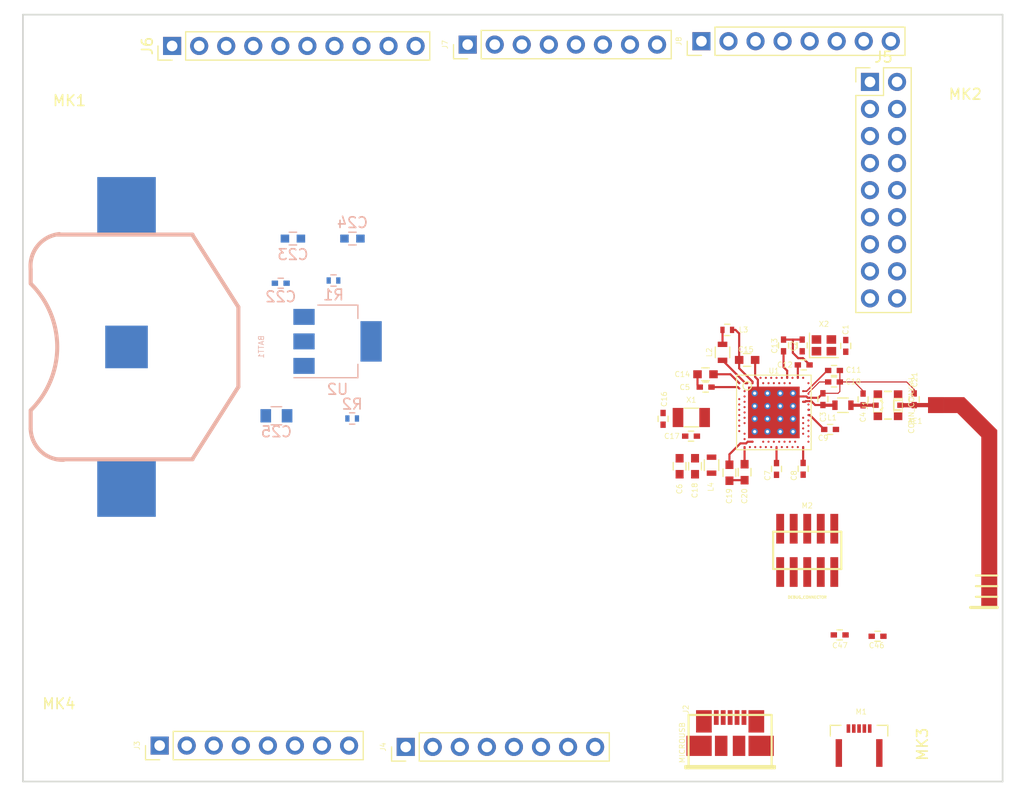
<source format=kicad_pcb>
(kicad_pcb (version 4) (host pcbnew 4.0.7-e1-6374~58~ubuntu16.04.1)

  (general
    (links 110)
    (no_connects 62)
    (area 29.924999 59.924999 122.050001 132.075001)
    (thickness 1.6)
    (drawings 4)
    (tracks 101)
    (zones 0)
    (modules 53)
    (nets 142)
  )

  (page A4)
  (layers
    (0 F.Cu signal)
    (31 B.Cu signal)
    (32 B.Adhes user)
    (33 F.Adhes user)
    (34 B.Paste user)
    (35 F.Paste user)
    (36 B.SilkS user)
    (37 F.SilkS user)
    (38 B.Mask user)
    (39 F.Mask user)
    (40 Dwgs.User user)
    (41 Cmts.User user)
    (42 Eco1.User user)
    (43 Eco2.User user)
    (44 Edge.Cuts user)
    (45 Margin user)
    (46 B.CrtYd user)
    (47 F.CrtYd user)
    (48 B.Fab user)
    (49 F.Fab user)
  )

  (setup
    (last_trace_width 0.25)
    (user_trace_width 0.1)
    (user_trace_width 0.12)
    (user_trace_width 0.15)
    (user_trace_width 0.2)
    (user_trace_width 0.3)
    (user_trace_width 0.4)
    (user_trace_width 0.5)
    (user_trace_width 0.6)
    (trace_clearance 0.1)
    (zone_clearance 0.508)
    (zone_45_only no)
    (trace_min 0.1)
    (segment_width 0.2)
    (edge_width 0.15)
    (via_size 0.6)
    (via_drill 0.4)
    (via_min_size 0.4)
    (via_min_drill 0.3)
    (uvia_size 0.3)
    (uvia_drill 0.1)
    (uvias_allowed no)
    (uvia_min_size 0.2)
    (uvia_min_drill 0.1)
    (pcb_text_width 0.3)
    (pcb_text_size 1.5 1.5)
    (mod_edge_width 0.15)
    (mod_text_size 1 1)
    (mod_text_width 0.15)
    (pad_size 1.524 1.524)
    (pad_drill 0.762)
    (pad_to_mask_clearance 0.2)
    (aux_axis_origin 0 0)
    (visible_elements 7FFEF7FF)
    (pcbplotparams
      (layerselection 0x00030_80000001)
      (usegerberextensions false)
      (excludeedgelayer true)
      (linewidth 0.100000)
      (plotframeref false)
      (viasonmask false)
      (mode 1)
      (useauxorigin false)
      (hpglpennumber 1)
      (hpglpenspeed 20)
      (hpglpendiameter 15)
      (hpglpenoverlay 2)
      (psnegative false)
      (psa4output false)
      (plotreference true)
      (plotvalue true)
      (plotinvisibletext false)
      (padsonsilk false)
      (subtractmaskfromsilk false)
      (outputformat 1)
      (mirror false)
      (drillshape 1)
      (scaleselection 1)
      (outputdirectory ""))
  )

  (net 0 "")
  (net 1 "Net-(AE1-Pad1)")
  (net 2 GND)
  (net 3 "Net-(C1-Pad2)")
  (net 4 "Net-(C2-Pad2)")
  (net 5 "Net-(C3-Pad2)")
  (net 6 "Net-(C4-Pad2)")
  (net 7 "Net-(C5-Pad1)")
  (net 8 +3V3)
  (net 9 "Net-(C10-Pad2)")
  (net 10 "Net-(C11-Pad2)")
  (net 11 "Net-(C13-Pad1)")
  (net 12 "Net-(C15-Pad1)")
  (net 13 "Net-(C16-Pad1)")
  (net 14 "Net-(C16-Pad2)")
  (net 15 "Net-(C17-Pad1)")
  (net 16 "Net-(C17-Pad2)")
  (net 17 VDD)
  (net 18 "Net-(L2-Pad1)")
  (net 19 "Net-(L2-Pad2)")
  (net 20 "Net-(L4-Pad2)")
  (net 21 "Net-(C9-Pad1)")
  (net 22 "Net-(C19-Pad1)")
  (net 23 /nRF52840/NFC2)
  (net 24 /nRF52840/NFC1)
  (net 25 +3.3VP)
  (net 26 +5V)
  (net 27 +5VD)
  (net 28 /D-)
  (net 29 /D+)
  (net 30 "Net-(M2-Pad2)")
  (net 31 "Net-(M2-Pad4)")
  (net 32 /nRF52840/P1.00)
  (net 33 /nRF52840/P0.18/RESET)
  (net 34 "Net-(J2-Pad4)")
  (net 35 "Net-(J3-Pad1)")
  (net 36 "Net-(J3-Pad2)")
  (net 37 "Net-(J3-Pad3)")
  (net 38 "Net-(J3-Pad4)")
  (net 39 "Net-(J3-Pad5)")
  (net 40 "Net-(J3-Pad6)")
  (net 41 "Net-(J3-Pad7)")
  (net 42 "Net-(J3-Pad8)")
  (net 43 "Net-(J4-Pad1)")
  (net 44 "Net-(J4-Pad2)")
  (net 45 "Net-(J4-Pad3)")
  (net 46 "Net-(J4-Pad4)")
  (net 47 "Net-(J4-Pad5)")
  (net 48 "Net-(J4-Pad6)")
  (net 49 "Net-(J4-Pad7)")
  (net 50 "Net-(J4-Pad8)")
  (net 51 "Net-(J5-Pad1)")
  (net 52 "Net-(J5-Pad2)")
  (net 53 "Net-(J5-Pad3)")
  (net 54 "Net-(J5-Pad4)")
  (net 55 "Net-(J5-Pad5)")
  (net 56 "Net-(J5-Pad6)")
  (net 57 "Net-(J5-Pad7)")
  (net 58 "Net-(J5-Pad8)")
  (net 59 "Net-(J5-Pad9)")
  (net 60 "Net-(J5-Pad10)")
  (net 61 "Net-(J5-Pad11)")
  (net 62 "Net-(J5-Pad12)")
  (net 63 "Net-(J5-Pad13)")
  (net 64 "Net-(J5-Pad14)")
  (net 65 "Net-(J5-Pad15)")
  (net 66 "Net-(J5-Pad16)")
  (net 67 "Net-(J5-Pad17)")
  (net 68 "Net-(J5-Pad18)")
  (net 69 "Net-(J6-Pad1)")
  (net 70 "Net-(J6-Pad2)")
  (net 71 "Net-(J6-Pad3)")
  (net 72 "Net-(J6-Pad4)")
  (net 73 "Net-(J6-Pad5)")
  (net 74 "Net-(J6-Pad6)")
  (net 75 "Net-(J6-Pad7)")
  (net 76 "Net-(J6-Pad8)")
  (net 77 "Net-(J6-Pad9)")
  (net 78 "Net-(J6-Pad10)")
  (net 79 "Net-(J7-Pad1)")
  (net 80 "Net-(J7-Pad2)")
  (net 81 "Net-(J7-Pad3)")
  (net 82 "Net-(J7-Pad4)")
  (net 83 "Net-(J7-Pad5)")
  (net 84 "Net-(J7-Pad6)")
  (net 85 "Net-(J7-Pad7)")
  (net 86 "Net-(J7-Pad8)")
  (net 87 "Net-(J8-Pad1)")
  (net 88 "Net-(J8-Pad2)")
  (net 89 "Net-(J8-Pad3)")
  (net 90 "Net-(J8-Pad4)")
  (net 91 "Net-(J8-Pad5)")
  (net 92 "Net-(J8-Pad6)")
  (net 93 "Net-(J8-Pad7)")
  (net 94 "Net-(J8-Pad8)")
  (net 95 "Net-(M1-Pad1)")
  (net 96 "Net-(M1-Pad3)")
  (net 97 "Net-(M1-Pad5)")
  (net 98 "Net-(M2-Pad7)")
  (net 99 "Net-(M2-Pad8)")
  (net 100 /nRF52840/P1.06)
  (net 101 /nRF52840/P1.04)
  (net 102 /nRF52840/P1.02)
  (net 103 /nRF52840/P1.07)
  (net 104 /nRF52840/P1.05)
  (net 105 /nRF52840/P1.03)
  (net 106 /nRF52840/P1.01)
  (net 107 /nRF52840/P0.24)
  (net 108 /nRF52840/P0.22)
  (net 109 /nRF52840/P0.20)
  (net 110 /nRF52840/P0.17)
  (net 111 /nRF52840/P0.15)
  (net 112 /nRF52840/P0.13)
  (net 113 /nRF52840/P0.25)
  (net 114 /nRF52840/P0.23)
  (net 115 /nRF52840/P0.21)
  (net 116 /nRF52840/P0.19)
  (net 117 /nRF52840/P0.16)
  (net 118 /nRF52840/P0.14)
  (net 119 /nRF52840/P0.26)
  (net 120 /nRF52840/P0.04/AIN2)
  (net 121 /nRF52840/P0.06)
  (net 122 /nRF52840/P1.09)
  (net 123 /nRF52840/P0.12)
  (net 124 /nRF52840/P0.11)
  (net 125 /nRF52840/P1.08)
  (net 126 /nRF52840/P0.27)
  (net 127 /nRF52840/P0.05/AIN3)
  (net 128 /nRF52840/P0.08)
  (net 129 /nRF52840/P0.07)
  (net 130 /nRF52840/P1.11)
  (net 131 /nRF52840/P1.12)
  (net 132 /nRF52840/P1.14)
  (net 133 /nRF52840/P0.03)
  (net 134 /nRF52840/P0.30)
  (net 135 /nRF52840/P0.28)
  (net 136 /nRF52840/P1.10)
  (net 137 /nRF52840/P1.13)
  (net 138 /nRF52840/P1.15)
  (net 139 /nRF52840/P0.02)
  (net 140 /nRF52840/P0.29)
  (net 141 /nRF52840/P0.31)

  (net_class Default "This is the default net class."
    (clearance 0.1)
    (trace_width 0.25)
    (via_dia 0.6)
    (via_drill 0.4)
    (uvia_dia 0.3)
    (uvia_drill 0.1)
    (add_net +3.3VP)
    (add_net +3V3)
    (add_net +5V)
    (add_net +5VD)
    (add_net /D+)
    (add_net /D-)
    (add_net /nRF52840/NFC1)
    (add_net /nRF52840/NFC2)
    (add_net /nRF52840/P0.02)
    (add_net /nRF52840/P0.03)
    (add_net /nRF52840/P0.04/AIN2)
    (add_net /nRF52840/P0.05/AIN3)
    (add_net /nRF52840/P0.06)
    (add_net /nRF52840/P0.07)
    (add_net /nRF52840/P0.08)
    (add_net /nRF52840/P0.11)
    (add_net /nRF52840/P0.12)
    (add_net /nRF52840/P0.13)
    (add_net /nRF52840/P0.14)
    (add_net /nRF52840/P0.15)
    (add_net /nRF52840/P0.16)
    (add_net /nRF52840/P0.17)
    (add_net /nRF52840/P0.18/RESET)
    (add_net /nRF52840/P0.19)
    (add_net /nRF52840/P0.20)
    (add_net /nRF52840/P0.21)
    (add_net /nRF52840/P0.22)
    (add_net /nRF52840/P0.23)
    (add_net /nRF52840/P0.24)
    (add_net /nRF52840/P0.25)
    (add_net /nRF52840/P0.26)
    (add_net /nRF52840/P0.27)
    (add_net /nRF52840/P0.28)
    (add_net /nRF52840/P0.29)
    (add_net /nRF52840/P0.30)
    (add_net /nRF52840/P0.31)
    (add_net /nRF52840/P1.00)
    (add_net /nRF52840/P1.01)
    (add_net /nRF52840/P1.02)
    (add_net /nRF52840/P1.03)
    (add_net /nRF52840/P1.04)
    (add_net /nRF52840/P1.05)
    (add_net /nRF52840/P1.06)
    (add_net /nRF52840/P1.07)
    (add_net /nRF52840/P1.08)
    (add_net /nRF52840/P1.09)
    (add_net /nRF52840/P1.10)
    (add_net /nRF52840/P1.11)
    (add_net /nRF52840/P1.12)
    (add_net /nRF52840/P1.13)
    (add_net /nRF52840/P1.14)
    (add_net /nRF52840/P1.15)
    (add_net GND)
    (add_net "Net-(AE1-Pad1)")
    (add_net "Net-(C1-Pad2)")
    (add_net "Net-(C10-Pad2)")
    (add_net "Net-(C11-Pad2)")
    (add_net "Net-(C13-Pad1)")
    (add_net "Net-(C15-Pad1)")
    (add_net "Net-(C16-Pad1)")
    (add_net "Net-(C16-Pad2)")
    (add_net "Net-(C17-Pad1)")
    (add_net "Net-(C17-Pad2)")
    (add_net "Net-(C19-Pad1)")
    (add_net "Net-(C2-Pad2)")
    (add_net "Net-(C3-Pad2)")
    (add_net "Net-(C4-Pad2)")
    (add_net "Net-(C5-Pad1)")
    (add_net "Net-(C9-Pad1)")
    (add_net "Net-(J2-Pad4)")
    (add_net "Net-(J3-Pad1)")
    (add_net "Net-(J3-Pad2)")
    (add_net "Net-(J3-Pad3)")
    (add_net "Net-(J3-Pad4)")
    (add_net "Net-(J3-Pad5)")
    (add_net "Net-(J3-Pad6)")
    (add_net "Net-(J3-Pad7)")
    (add_net "Net-(J3-Pad8)")
    (add_net "Net-(J4-Pad1)")
    (add_net "Net-(J4-Pad2)")
    (add_net "Net-(J4-Pad3)")
    (add_net "Net-(J4-Pad4)")
    (add_net "Net-(J4-Pad5)")
    (add_net "Net-(J4-Pad6)")
    (add_net "Net-(J4-Pad7)")
    (add_net "Net-(J4-Pad8)")
    (add_net "Net-(J5-Pad1)")
    (add_net "Net-(J5-Pad10)")
    (add_net "Net-(J5-Pad11)")
    (add_net "Net-(J5-Pad12)")
    (add_net "Net-(J5-Pad13)")
    (add_net "Net-(J5-Pad14)")
    (add_net "Net-(J5-Pad15)")
    (add_net "Net-(J5-Pad16)")
    (add_net "Net-(J5-Pad17)")
    (add_net "Net-(J5-Pad18)")
    (add_net "Net-(J5-Pad2)")
    (add_net "Net-(J5-Pad3)")
    (add_net "Net-(J5-Pad4)")
    (add_net "Net-(J5-Pad5)")
    (add_net "Net-(J5-Pad6)")
    (add_net "Net-(J5-Pad7)")
    (add_net "Net-(J5-Pad8)")
    (add_net "Net-(J5-Pad9)")
    (add_net "Net-(J6-Pad1)")
    (add_net "Net-(J6-Pad10)")
    (add_net "Net-(J6-Pad2)")
    (add_net "Net-(J6-Pad3)")
    (add_net "Net-(J6-Pad4)")
    (add_net "Net-(J6-Pad5)")
    (add_net "Net-(J6-Pad6)")
    (add_net "Net-(J6-Pad7)")
    (add_net "Net-(J6-Pad8)")
    (add_net "Net-(J6-Pad9)")
    (add_net "Net-(J7-Pad1)")
    (add_net "Net-(J7-Pad2)")
    (add_net "Net-(J7-Pad3)")
    (add_net "Net-(J7-Pad4)")
    (add_net "Net-(J7-Pad5)")
    (add_net "Net-(J7-Pad6)")
    (add_net "Net-(J7-Pad7)")
    (add_net "Net-(J7-Pad8)")
    (add_net "Net-(J8-Pad1)")
    (add_net "Net-(J8-Pad2)")
    (add_net "Net-(J8-Pad3)")
    (add_net "Net-(J8-Pad4)")
    (add_net "Net-(J8-Pad5)")
    (add_net "Net-(J8-Pad6)")
    (add_net "Net-(J8-Pad7)")
    (add_net "Net-(J8-Pad8)")
    (add_net "Net-(L2-Pad1)")
    (add_net "Net-(L2-Pad2)")
    (add_net "Net-(L4-Pad2)")
    (add_net "Net-(M1-Pad1)")
    (add_net "Net-(M1-Pad3)")
    (add_net "Net-(M1-Pad5)")
    (add_net "Net-(M2-Pad2)")
    (add_net "Net-(M2-Pad4)")
    (add_net "Net-(M2-Pad7)")
    (add_net "Net-(M2-Pad8)")
    (add_net VDD)
  )

  (module Nordic_misc:L_0402 (layer F.Cu) (tedit 5984A58C) (tstamp 5983C902)
    (at 96.1263 89.5985 180)
    (descr "Resistor SMD 0402, reflow soldering, Vishay (see dcrcw.pdf)")
    (tags "resistor 0402")
    (path /598544C4/598547AA)
    (attr smd)
    (fp_text reference L3 (at -1.524 0.0127 180) (layer F.SilkS)
      (effects (font (size 0.5 0.5) (thickness 0.0625)))
    )
    (fp_text value 15nH (at 0.0056 1.1108 180) (layer F.Fab)
      (effects (font (size 0.5 0.5) (thickness 0.0625)))
    )
    (fp_line (start -0.5 0.25) (end -0.5 -0.25) (layer F.Fab) (width 0.1))
    (fp_line (start 0.5 0.25) (end -0.5 0.25) (layer F.Fab) (width 0.1))
    (fp_line (start 0.5 -0.25) (end 0.5 0.25) (layer F.Fab) (width 0.1))
    (fp_line (start -0.5 -0.25) (end 0.5 -0.25) (layer F.Fab) (width 0.1))
    (fp_line (start -0.95 -0.65) (end 0.95 -0.65) (layer F.CrtYd) (width 0.05))
    (fp_line (start -0.95 0.65) (end 0.95 0.65) (layer F.CrtYd) (width 0.05))
    (fp_line (start -0.95 -0.65) (end -0.95 0.65) (layer F.CrtYd) (width 0.05))
    (fp_line (start 0.95 -0.65) (end 0.95 0.65) (layer F.CrtYd) (width 0.05))
    (fp_line (start 0.25 -0.53) (end -0.25 -0.53) (layer F.SilkS) (width 0.12))
    (fp_line (start -0.25 0.53) (end 0.25 0.53) (layer F.SilkS) (width 0.12))
    (pad 1 smd rect (at -0.45 0 180) (size 0.4 0.6) (layers F.Cu F.Paste F.Mask)
      (net 12 "Net-(C15-Pad1)"))
    (pad 2 smd rect (at 0.45 0 180) (size 0.4 0.6) (layers F.Cu F.Paste F.Mask)
      (net 18 "Net-(L2-Pad1)"))
    (model ${NORDIC3DMOD}/Inductors_SMD.3dshapes/L_0402.wrl
      (at (xyz 0 0 0))
      (scale (xyz 1 1 1))
      (rotate (xyz 0 0 0))
    )
  )

  (module Nordic_nRF:AQFN73_7x7mm (layer F.Cu) (tedit 5984A595) (tstamp 5983D8E6)
    (at 100.5 97.35)
    (path /598544C4/598547A3)
    (fp_text reference U1 (at 0.0078 -3.9034) (layer F.SilkS)
      (effects (font (size 0.5 0.5) (thickness 0.0625)))
    )
    (fp_text value nRF52840 (at 0 4) (layer F.Fab)
      (effects (font (size 0.5 0.5) (thickness 0.0625)))
    )
    (fp_circle (center -4.25 -3.5) (end -4.4 -3.5) (layer F.Fab) (width 0.2))
    (fp_line (start -3 -3.75) (end -3.75 -3.75) (layer F.Fab) (width 0.1))
    (fp_line (start -3.75 -3.75) (end -3.75 -3) (layer F.Fab) (width 0.1))
    (fp_line (start 3.75 -3) (end 3.75 -3.75) (layer F.Fab) (width 0.1))
    (fp_line (start 3 -3.75) (end 3.75 -3.75) (layer F.Fab) (width 0.1))
    (fp_line (start -3 3.75) (end -3.75 3.75) (layer F.Fab) (width 0.1))
    (fp_line (start -3.75 3.75) (end -3.75 3) (layer F.Fab) (width 0.1))
    (fp_line (start 3.75 3) (end 3.75 3.75) (layer F.Fab) (width 0.1))
    (fp_line (start 3 3.75) (end 3.75 3.75) (layer F.Fab) (width 0.1))
    (fp_circle (center -2.5 -2.5) (end -2.5 -2.9) (layer F.SilkS) (width 0.1))
    (fp_line (start -3.5 3.5) (end -3.5 -3.5) (layer F.SilkS) (width 0.1))
    (fp_line (start 3.5 3.5) (end 3.5 -3.5) (layer F.SilkS) (width 0.1))
    (fp_line (start -3.5 3.5) (end 3.5 3.5) (layer F.SilkS) (width 0.1))
    (fp_line (start -3.5 -3.5) (end 3.5 -3.5) (layer F.SilkS) (width 0.1))
    (pad C1 smd circle (at -3.25 -2.25) (size 0.2 0.2) (layers F.Cu F.Paste F.Mask)
      (net 7 "Net-(C5-Pad1)"))
    (pad E24 smd circle (at 3.25 -1.75) (size 0.2 0.2) (layers F.Cu F.Paste F.Mask)
      (net 9 "Net-(C10-Pad2)"))
    (pad J24 smd circle (at 3.25 -0.75) (size 0.2 0.2) (layers F.Cu F.Paste F.Mask)
      (net 23 /nRF52840/NFC2))
    (pad L24 smd circle (at 3.25 -0.25) (size 0.2 0.2) (layers F.Cu F.Paste F.Mask)
      (net 24 /nRF52840/NFC1))
    (pad D23 smd circle (at 2.75 -2) (size 0.2 0.2) (layers F.Cu F.Paste F.Mask)
      (net 10 "Net-(C11-Pad2)"))
    (pad F23 smd circle (at 2.75 -1.5) (size 0.2 0.2) (layers F.Cu F.Paste F.Mask)
      (net 2 GND))
    (pad H23 smd circle (at 2.75 -1) (size 0.2 0.2) (layers F.Cu F.Paste F.Mask)
      (net 5 "Net-(C3-Pad2)"))
    (pad N24 smd circle (at 3.25 0.25) (size 0.2 0.2) (layers F.Cu F.Paste F.Mask)
      (net 21 "Net-(C9-Pad1)"))
    (pad R24 smd circle (at 3.25 0.75) (size 0.2 0.2) (layers F.Cu F.Paste F.Mask)
      (net 100 /nRF52840/P1.06))
    (pad U24 smd circle (at 3.25 1.25) (size 0.2 0.2) (layers F.Cu F.Paste F.Mask)
      (net 101 /nRF52840/P1.04))
    (pad W24 smd circle (at 3.25 1.75) (size 0.2 0.2) (layers F.Cu F.Paste F.Mask)
      (net 102 /nRF52840/P1.02))
    (pad AA24 smd circle (at 3.25 2.25) (size 0.2 0.2) (layers F.Cu F.Paste F.Mask)
      (net 31 "Net-(M2-Pad4)"))
    (pad P23 smd circle (at 2.75 0.5) (size 0.2 0.2) (layers F.Cu F.Paste F.Mask)
      (net 103 /nRF52840/P1.07))
    (pad T23 smd circle (at 2.75 1) (size 0.2 0.2) (layers F.Cu F.Paste F.Mask)
      (net 104 /nRF52840/P1.05))
    (pad V23 smd circle (at 2.75 1.5) (size 0.2 0.2) (layers F.Cu F.Paste F.Mask)
      (net 105 /nRF52840/P1.03))
    (pad Y23 smd circle (at 2.75 2) (size 0.2 0.2) (layers F.Cu F.Paste F.Mask)
      (net 106 /nRF52840/P1.01))
    (pad AD23 smd circle (at 2.75 3.25) (size 0.2 0.2) (layers F.Cu F.Paste F.Mask)
      (net 8 +3V3))
    (pad AD22 smd circle (at 2.25 3.25) (size 0.2 0.2) (layers F.Cu F.Paste F.Mask)
      (net 32 /nRF52840/P1.00))
    (pad AD20 smd circle (at 1.75 3.25) (size 0.2 0.2) (layers F.Cu F.Paste F.Mask)
      (net 107 /nRF52840/P0.24))
    (pad AD18 smd circle (at 1.25 3.25) (size 0.2 0.2) (layers F.Cu F.Paste F.Mask)
      (net 108 /nRF52840/P0.22))
    (pad AD16 smd circle (at 0.75 3.25) (size 0.2 0.2) (layers F.Cu F.Paste F.Mask)
      (net 109 /nRF52840/P0.20))
    (pad AD14 smd circle (at 0.25 3.25) (size 0.2 0.2) (layers F.Cu F.Paste F.Mask)
      (net 8 +3V3))
    (pad AD12 smd circle (at -0.25 3.25) (size 0.2 0.2) (layers F.Cu F.Paste F.Mask)
      (net 110 /nRF52840/P0.17))
    (pad AD10 smd circle (at -0.75 3.25) (size 0.2 0.2) (layers F.Cu F.Paste F.Mask)
      (net 111 /nRF52840/P0.15))
    (pad AD8 smd circle (at -1.25 3.25) (size 0.2 0.2) (layers F.Cu F.Paste F.Mask)
      (net 112 /nRF52840/P0.13))
    (pad AD6 smd circle (at -1.75 3.25) (size 0.2 0.2) (layers F.Cu F.Paste F.Mask)
      (net 29 /D+))
    (pad AD4 smd circle (at -2.25 3.25) (size 0.2 0.2) (layers F.Cu F.Paste F.Mask)
      (net 28 /D-))
    (pad AC24 smd circle (at 3.25 2.75) (size 0.2 0.2) (layers F.Cu F.Paste F.Mask)
      (net 30 "Net-(M2-Pad2)"))
    (pad AC21 smd circle (at 2 2.75) (size 0.2 0.2) (layers F.Cu F.Paste F.Mask)
      (net 113 /nRF52840/P0.25))
    (pad AC19 smd circle (at 1.5 2.75) (size 0.2 0.2) (layers F.Cu F.Paste F.Mask)
      (net 114 /nRF52840/P0.23))
    (pad AC17 smd circle (at 1 2.75) (size 0.2 0.2) (layers F.Cu F.Paste F.Mask)
      (net 115 /nRF52840/P0.21))
    (pad AC15 smd circle (at 0.5 2.75) (size 0.2 0.2) (layers F.Cu F.Paste F.Mask)
      (net 116 /nRF52840/P0.19))
    (pad AC13 smd circle (at 0 2.75) (size 0.2 0.2) (layers F.Cu F.Paste F.Mask)
      (net 33 /nRF52840/P0.18/RESET))
    (pad AC11 smd circle (at -0.5 2.75) (size 0.2 0.2) (layers F.Cu F.Paste F.Mask)
      (net 117 /nRF52840/P0.16))
    (pad AC9 smd circle (at -1 2.75) (size 0.2 0.2) (layers F.Cu F.Paste F.Mask)
      (net 118 /nRF52840/P0.14))
    (pad AC5 smd circle (at -2 2.75) (size 0.2 0.2) (layers F.Cu F.Paste F.Mask)
      (net 22 "Net-(C19-Pad1)"))
    (pad AD2 smd circle (at -2.75 3.25) (size 0.2 0.2) (layers F.Cu F.Paste F.Mask)
      (net 8 +3V3))
    (pad AB2 smd circle (at -2.75 2.5) (size 0.2 0.2) (layers F.Cu F.Paste F.Mask)
      (net 20 "Net-(L4-Pad2)"))
    (pad Y2 smd circle (at -2.75 2) (size 0.2 0.2) (layers F.Cu F.Paste F.Mask)
      (net 17 VDD))
    (pad G1 smd circle (at -3.25 -1.25) (size 0.2 0.2) (layers F.Cu F.Paste F.Mask)
      (net 119 /nRF52840/P0.26))
    (pad J1 smd circle (at -3.25 -0.75) (size 0.2 0.2) (layers F.Cu F.Paste F.Mask)
      (net 120 /nRF52840/P0.04/AIN2))
    (pad L1 smd circle (at -3.25 -0.25) (size 0.2 0.2) (layers F.Cu F.Paste F.Mask)
      (net 121 /nRF52840/P0.06))
    (pad R1 smd circle (at -3.25 0.75) (size 0.2 0.2) (layers F.Cu F.Paste F.Mask)
      (net 122 /nRF52840/P1.09))
    (pad U1 smd circle (at -3.25 1.25) (size 0.2 0.2) (layers F.Cu F.Paste F.Mask)
      (net 123 /nRF52840/P0.12))
    (pad W1 smd circle (at -3.25 1.75) (size 0.2 0.2) (layers F.Cu F.Paste F.Mask)
      (net 8 +3V3))
    (pad T2 smd circle (at -2.75 1) (size 0.2 0.2) (layers F.Cu F.Paste F.Mask)
      (net 124 /nRF52840/P0.11))
    (pad P2 smd circle (at -2.75 0.5) (size 0.2 0.2) (layers F.Cu F.Paste F.Mask)
      (net 125 /nRF52840/P1.08))
    (pad D2 smd circle (at -2.75 -2) (size 0.2 0.2) (layers F.Cu F.Paste F.Mask)
      (net 13 "Net-(C16-Pad1)"))
    (pad F2 smd circle (at -2.75 -1.5) (size 0.2 0.2) (layers F.Cu F.Paste F.Mask)
      (net 15 "Net-(C17-Pad1)"))
    (pad H2 smd circle (at -2.75 -1) (size 0.2 0.2) (layers F.Cu F.Paste F.Mask)
      (net 126 /nRF52840/P0.27))
    (pad K2 smd circle (at -2.75 -0.5) (size 0.2 0.2) (layers F.Cu F.Paste F.Mask)
      (net 127 /nRF52840/P0.05/AIN3))
    (pad N1 smd circle (at -3.25 0.25) (size 0.2 0.2) (layers F.Cu F.Paste F.Mask)
      (net 128 /nRF52840/P0.08))
    (pad M2 smd circle (at -2.75 0) (size 0.2 0.2) (layers F.Cu F.Paste F.Mask)
      (net 129 /nRF52840/P0.07))
    (pad B24 smd circle (at 3.25 -2.75) (size 0.2 0.2) (layers F.Cu F.Paste F.Mask)
      (net 3 "Net-(C1-Pad2)"))
    (pad B19 smd circle (at 1.5 -2.75) (size 0.2 0.2) (layers F.Cu F.Paste F.Mask)
      (net 130 /nRF52840/P1.11))
    (pad B17 smd circle (at 1 -2.75) (size 0.2 0.2) (layers F.Cu F.Paste F.Mask)
      (net 131 /nRF52840/P1.12))
    (pad B15 smd circle (at 0.5 -2.75) (size 0.2 0.2) (layers F.Cu F.Paste F.Mask)
      (net 132 /nRF52840/P1.14))
    (pad B1 smd circle (at -3.25 -2.75) (size 0.2 0.2) (layers F.Cu F.Paste F.Mask)
      (net 8 +3V3))
    (pad B3 smd circle (at -2.5 -2.75) (size 0.2 0.2) (layers F.Cu F.Paste F.Mask)
      (net 19 "Net-(L2-Pad2)"))
    (pad B13 smd circle (at 0 -2.75) (size 0.2 0.2) (layers F.Cu F.Paste F.Mask)
      (net 133 /nRF52840/P0.03))
    (pad B5 smd circle (at -2 -2.75) (size 0.2 0.2) (layers F.Cu F.Paste F.Mask)
      (net 12 "Net-(C15-Pad1)"))
    (pad B7 smd circle (at -1.5 -2.75) (size 0.2 0.2) (layers F.Cu F.Paste F.Mask)
      (net 2 GND))
    (pad B9 smd circle (at -1 -2.75) (size 0.2 0.2) (layers F.Cu F.Paste F.Mask)
      (net 134 /nRF52840/P0.30))
    (pad B11 smd circle (at -0.5 -2.75) (size 0.2 0.2) (layers F.Cu F.Paste F.Mask)
      (net 135 /nRF52840/P0.28))
    (pad A23 smd circle (at 2.75 -3.25) (size 0.2 0.2) (layers F.Cu F.Paste F.Mask)
      (net 4 "Net-(C2-Pad2)"))
    (pad A22 smd circle (at 2.25 -3.25) (size 0.2 0.2) (layers F.Cu F.Paste F.Mask)
      (net 8 +3V3))
    (pad A20 smd circle (at 1.75 -3.25) (size 0.2 0.2) (layers F.Cu F.Paste F.Mask)
      (net 136 /nRF52840/P1.10))
    (pad A18 smd circle (at 1.25 -3.25) (size 0.2 0.2) (layers F.Cu F.Paste F.Mask)
      (net 11 "Net-(C13-Pad1)"))
    (pad A16 smd circle (at 0.75 -3.25) (size 0.2 0.2) (layers F.Cu F.Paste F.Mask)
      (net 137 /nRF52840/P1.13))
    (pad A14 smd circle (at 0.25 -3.25) (size 0.2 0.2) (layers F.Cu F.Paste F.Mask)
      (net 138 /nRF52840/P1.15))
    (pad A12 smd circle (at -0.25 -3.25) (size 0.2 0.2) (layers F.Cu F.Paste F.Mask)
      (net 139 /nRF52840/P0.02))
    (pad A10 smd circle (at -0.75 -3.25) (size 0.2 0.2) (layers F.Cu F.Paste F.Mask)
      (net 140 /nRF52840/P0.29))
    (pad A8 smd circle (at -1.25 -3.25) (size 0.2 0.2) (layers F.Cu F.Paste F.Mask)
      (net 141 /nRF52840/P0.31))
    (pad 74 smd rect (at 0 0) (size 4.85 4.85) (layers F.Cu F.Paste F.Mask)
      (net 2 GND))
    (pad 74 thru_hole circle (at -1.8 -1.8) (size 0.6 0.6) (drill 0.3) (layers *.Cu)
      (net 2 GND))
    (pad 74 thru_hole circle (at -0.6 -1.8) (size 0.6 0.6) (drill 0.3) (layers *.Cu)
      (net 2 GND))
    (pad 74 thru_hole circle (at 0.6 -1.8) (size 0.6 0.6) (drill 0.3) (layers *.Cu)
      (net 2 GND))
    (pad 74 thru_hole circle (at 1.8 -1.8) (size 0.6 0.6) (drill 0.3) (layers *.Cu)
      (net 2 GND))
    (pad 74 thru_hole circle (at -1.8 -0.6) (size 0.6 0.6) (drill 0.3) (layers *.Cu)
      (net 2 GND))
    (pad 74 thru_hole circle (at -0.6 -0.6) (size 0.6 0.6) (drill 0.3) (layers *.Cu)
      (net 2 GND))
    (pad 74 thru_hole circle (at 0.6 -0.6) (size 0.6 0.6) (drill 0.3) (layers *.Cu)
      (net 2 GND))
    (pad 74 thru_hole circle (at 1.8 -0.6) (size 0.6 0.6) (drill 0.3) (layers *.Cu)
      (net 2 GND))
    (pad 74 thru_hole circle (at -1.8 0.6) (size 0.6 0.6) (drill 0.3) (layers *.Cu)
      (net 2 GND))
    (pad 74 thru_hole circle (at -0.6 0.6) (size 0.6 0.6) (drill 0.3) (layers *.Cu)
      (net 2 GND))
    (pad 74 thru_hole circle (at -1.8 1.8) (size 0.6 0.6) (drill 0.3) (layers *.Cu)
      (net 2 GND))
    (pad 74 thru_hole circle (at -0.6 1.8) (size 0.6 0.6) (drill 0.3) (layers *.Cu)
      (net 2 GND))
    (pad 74 thru_hole circle (at 0.6 0.6) (size 0.6 0.6) (drill 0.3) (layers *.Cu)
      (net 2 GND))
    (pad 74 thru_hole circle (at 1.8 0.6) (size 0.6 0.6) (drill 0.3) (layers *.Cu)
      (net 2 GND))
    (pad 74 thru_hole circle (at 0.6 1.8) (size 0.6 0.6) (drill 0.3) (layers *.Cu)
      (net 2 GND))
    (pad 74 thru_hole circle (at 1.8 1.8) (size 0.6 0.6) (drill 0.3) (layers *.Cu)
      (net 2 GND))
    (model ${NORDIC3DMOD}/Housings_DFN_QFN.3dshapes/AQFN73_7x7mm.wrl
      (at (xyz 0 0 0))
      (scale (xyz 1 1 1))
      (rotate (xyz 0 0 0))
    )
  )

  (module Nordic_misc:C_0402 (layer F.Cu) (tedit 5984AA97) (tstamp 5983CD09)
    (at 113.6777 96.1136 270)
    (descr "Capacitor SMD 0402, reflow soldering, AVX (see smccp.pdf)")
    (tags "capacitor 0402")
    (path /598544C4/598547B3)
    (attr smd)
    (fp_text reference C21 (at -1.8288 -0.0254 270) (layer F.SilkS)
      (effects (font (size 0.5 0.5) (thickness 0.0625)))
    )
    (fp_text value 1.2pF (at -3.8354 0.0635 270) (layer F.Fab)
      (effects (font (size 0.5 0.5) (thickness 0.0625)))
    )
    (fp_line (start -0.5 0.25) (end -0.5 -0.25) (layer F.Fab) (width 0.1))
    (fp_line (start 0.5 0.25) (end -0.5 0.25) (layer F.Fab) (width 0.1))
    (fp_line (start 0.5 -0.25) (end 0.5 0.25) (layer F.Fab) (width 0.1))
    (fp_line (start -0.5 -0.25) (end 0.5 -0.25) (layer F.Fab) (width 0.1))
    (fp_line (start 0.25 -0.47) (end -0.25 -0.47) (layer F.SilkS) (width 0.12))
    (fp_line (start -0.25 0.47) (end 0.25 0.47) (layer F.SilkS) (width 0.12))
    (fp_line (start -1 -0.4) (end 1 -0.4) (layer F.CrtYd) (width 0.05))
    (fp_line (start -1 -0.4) (end -1 0.4) (layer F.CrtYd) (width 0.05))
    (fp_line (start 1 0.4) (end 1 -0.4) (layer F.CrtYd) (width 0.05))
    (fp_line (start 1 0.4) (end -1 0.4) (layer F.CrtYd) (width 0.05))
    (pad 1 smd rect (at -0.55 0 270) (size 0.6 0.5) (layers F.Cu F.Paste F.Mask)
      (net 2 GND))
    (pad 2 smd rect (at 0.55 0 270) (size 0.6 0.5) (layers F.Cu F.Paste F.Mask)
      (net 1 "Net-(AE1-Pad1)"))
    (model ${NORDIC3DMOD}/Capacitors_SMD.3dshapes/C_0402.wrl
      (at (xyz 0 0 0))
      (scale (xyz 1 1 1))
      (rotate (xyz 0 0 0))
    )
  )

  (module Nordic_misc:C_0402 (layer F.Cu) (tedit 598536EF) (tstamp 5983CCF5)
    (at 92.725 99.575 180)
    (descr "Capacitor SMD 0402, reflow soldering, AVX (see smccp.pdf)")
    (tags "capacitor 0402")
    (path /598544C4/598547A9)
    (attr smd)
    (fp_text reference C17 (at 1.8 0 180) (layer F.SilkS)
      (effects (font (size 0.5 0.5) (thickness 0.0625)))
    )
    (fp_text value 12pF (at 1.9939 -0.0635 180) (layer F.Fab)
      (effects (font (size 0.5 0.5) (thickness 0.0625)))
    )
    (fp_line (start -0.5 0.25) (end -0.5 -0.25) (layer F.Fab) (width 0.1))
    (fp_line (start 0.5 0.25) (end -0.5 0.25) (layer F.Fab) (width 0.1))
    (fp_line (start 0.5 -0.25) (end 0.5 0.25) (layer F.Fab) (width 0.1))
    (fp_line (start -0.5 -0.25) (end 0.5 -0.25) (layer F.Fab) (width 0.1))
    (fp_line (start 0.25 -0.47) (end -0.25 -0.47) (layer F.SilkS) (width 0.12))
    (fp_line (start -0.25 0.47) (end 0.25 0.47) (layer F.SilkS) (width 0.12))
    (fp_line (start -1 -0.4) (end 1 -0.4) (layer F.CrtYd) (width 0.05))
    (fp_line (start -1 -0.4) (end -1 0.4) (layer F.CrtYd) (width 0.05))
    (fp_line (start 1 0.4) (end 1 -0.4) (layer F.CrtYd) (width 0.05))
    (fp_line (start 1 0.4) (end -1 0.4) (layer F.CrtYd) (width 0.05))
    (pad 1 smd rect (at -0.55 0 180) (size 0.6 0.5) (layers F.Cu F.Paste F.Mask)
      (net 15 "Net-(C17-Pad1)"))
    (pad 2 smd rect (at 0.55 0 180) (size 0.6 0.5) (layers F.Cu F.Paste F.Mask)
      (net 16 "Net-(C17-Pad2)"))
    (model ${NORDIC3DMOD}/Capacitors_SMD.3dshapes/C_0402.wrl
      (at (xyz 0 0 0))
      (scale (xyz 1 1 1))
      (rotate (xyz 0 0 0))
    )
  )

  (module Nordic_misc:C_0402 (layer F.Cu) (tedit 598536EA) (tstamp 5983CCF0)
    (at 90.1 97.95 270)
    (descr "Capacitor SMD 0402, reflow soldering, AVX (see smccp.pdf)")
    (tags "capacitor 0402")
    (path /598544C4/598547A8)
    (attr smd)
    (fp_text reference C16 (at -1.85 -0.1 270) (layer F.SilkS)
      (effects (font (size 0.5 0.5) (thickness 0.0625)))
    )
    (fp_text value 12pF (at 0.0127 -0.9906 270) (layer F.Fab)
      (effects (font (size 0.5 0.5) (thickness 0.0625)))
    )
    (fp_line (start -0.5 0.25) (end -0.5 -0.25) (layer F.Fab) (width 0.1))
    (fp_line (start 0.5 0.25) (end -0.5 0.25) (layer F.Fab) (width 0.1))
    (fp_line (start 0.5 -0.25) (end 0.5 0.25) (layer F.Fab) (width 0.1))
    (fp_line (start -0.5 -0.25) (end 0.5 -0.25) (layer F.Fab) (width 0.1))
    (fp_line (start 0.25 -0.47) (end -0.25 -0.47) (layer F.SilkS) (width 0.12))
    (fp_line (start -0.25 0.47) (end 0.25 0.47) (layer F.SilkS) (width 0.12))
    (fp_line (start -1 -0.4) (end 1 -0.4) (layer F.CrtYd) (width 0.05))
    (fp_line (start -1 -0.4) (end -1 0.4) (layer F.CrtYd) (width 0.05))
    (fp_line (start 1 0.4) (end 1 -0.4) (layer F.CrtYd) (width 0.05))
    (fp_line (start 1 0.4) (end -1 0.4) (layer F.CrtYd) (width 0.05))
    (pad 1 smd rect (at -0.55 0 270) (size 0.6 0.5) (layers F.Cu F.Paste F.Mask)
      (net 13 "Net-(C16-Pad1)"))
    (pad 2 smd rect (at 0.55 0 270) (size 0.6 0.5) (layers F.Cu F.Paste F.Mask)
      (net 14 "Net-(C16-Pad2)"))
    (model ${NORDIC3DMOD}/Capacitors_SMD.3dshapes/C_0402.wrl
      (at (xyz 0 0 0))
      (scale (xyz 1 1 1))
      (rotate (xyz 0 0 0))
    )
  )

  (module Nordic_misc:C_0402 (layer F.Cu) (tedit 5984A9DD) (tstamp 5983CCE1)
    (at 101.4095 91.059 90)
    (descr "Capacitor SMD 0402, reflow soldering, AVX (see smccp.pdf)")
    (tags "capacitor 0402")
    (path /598544C4/598547BE)
    (attr smd)
    (fp_text reference C13 (at -0.0381 -0.8509 90) (layer F.SilkS)
      (effects (font (size 0.5 0.5) (thickness 0.0625)))
    )
    (fp_text value N.C (at 1.7653 1.5367 90) (layer F.Fab)
      (effects (font (size 0.5 0.5) (thickness 0.0625)))
    )
    (fp_line (start -0.5 0.25) (end -0.5 -0.25) (layer F.Fab) (width 0.1))
    (fp_line (start 0.5 0.25) (end -0.5 0.25) (layer F.Fab) (width 0.1))
    (fp_line (start 0.5 -0.25) (end 0.5 0.25) (layer F.Fab) (width 0.1))
    (fp_line (start -0.5 -0.25) (end 0.5 -0.25) (layer F.Fab) (width 0.1))
    (fp_line (start 0.25 -0.47) (end -0.25 -0.47) (layer F.SilkS) (width 0.12))
    (fp_line (start -0.25 0.47) (end 0.25 0.47) (layer F.SilkS) (width 0.12))
    (fp_line (start -1 -0.4) (end 1 -0.4) (layer F.CrtYd) (width 0.05))
    (fp_line (start -1 -0.4) (end -1 0.4) (layer F.CrtYd) (width 0.05))
    (fp_line (start 1 0.4) (end 1 -0.4) (layer F.CrtYd) (width 0.05))
    (fp_line (start 1 0.4) (end -1 0.4) (layer F.CrtYd) (width 0.05))
    (pad 1 smd rect (at -0.55 0 90) (size 0.6 0.5) (layers F.Cu F.Paste F.Mask)
      (net 11 "Net-(C13-Pad1)"))
    (pad 2 smd rect (at 0.55 0 90) (size 0.6 0.5) (layers F.Cu F.Paste F.Mask)
      (net 2 GND))
    (model ${NORDIC3DMOD}/Capacitors_SMD.3dshapes/C_0402.wrl
      (at (xyz 0 0 0))
      (scale (xyz 1 1 1))
      (rotate (xyz 0 0 0))
    )
  )

  (module Nordic_misc:C_0402 (layer F.Cu) (tedit 5984AA8A) (tstamp 5983CCDC)
    (at 103.3018 92.8878)
    (descr "Capacitor SMD 0402, reflow soldering, AVX (see smccp.pdf)")
    (tags "capacitor 0402")
    (path /598544C4/598547BF)
    (attr smd)
    (fp_text reference C12 (at -1.7653 -0.0127) (layer F.SilkS)
      (effects (font (size 0.5 0.5) (thickness 0.0625)))
    )
    (fp_text value 100nF (at 6.5532 0.4699) (layer F.Fab)
      (effects (font (size 0.5 0.5) (thickness 0.0625)))
    )
    (fp_line (start -0.5 0.25) (end -0.5 -0.25) (layer F.Fab) (width 0.1))
    (fp_line (start 0.5 0.25) (end -0.5 0.25) (layer F.Fab) (width 0.1))
    (fp_line (start 0.5 -0.25) (end 0.5 0.25) (layer F.Fab) (width 0.1))
    (fp_line (start -0.5 -0.25) (end 0.5 -0.25) (layer F.Fab) (width 0.1))
    (fp_line (start 0.25 -0.47) (end -0.25 -0.47) (layer F.SilkS) (width 0.12))
    (fp_line (start -0.25 0.47) (end 0.25 0.47) (layer F.SilkS) (width 0.12))
    (fp_line (start -1 -0.4) (end 1 -0.4) (layer F.CrtYd) (width 0.05))
    (fp_line (start -1 -0.4) (end -1 0.4) (layer F.CrtYd) (width 0.05))
    (fp_line (start 1 0.4) (end 1 -0.4) (layer F.CrtYd) (width 0.05))
    (fp_line (start 1 0.4) (end -1 0.4) (layer F.CrtYd) (width 0.05))
    (pad 1 smd rect (at -0.55 0) (size 0.6 0.5) (layers F.Cu F.Paste F.Mask)
      (net 8 +3V3))
    (pad 2 smd rect (at 0.55 0) (size 0.6 0.5) (layers F.Cu F.Paste F.Mask)
      (net 2 GND))
    (model ${NORDIC3DMOD}/Capacitors_SMD.3dshapes/C_0402.wrl
      (at (xyz 0 0 0))
      (scale (xyz 1 1 1))
      (rotate (xyz 0 0 0))
    )
  )

  (module Nordic_misc:C_0402 (layer F.Cu) (tedit 5984AA87) (tstamp 5983CCD7)
    (at 106.1466 93.4085 180)
    (descr "Capacitor SMD 0402, reflow soldering, AVX (see smccp.pdf)")
    (tags "capacitor 0402")
    (path /598544C4/598547AF)
    (attr smd)
    (fp_text reference C11 (at -1.8415 0.0508 180) (layer F.SilkS)
      (effects (font (size 0.5 0.5) (thickness 0.0625)))
    )
    (fp_text value 100pF (at 0.6604 0.6223 180) (layer F.Fab)
      (effects (font (size 0.5 0.5) (thickness 0.0625)))
    )
    (fp_line (start -0.5 0.25) (end -0.5 -0.25) (layer F.Fab) (width 0.1))
    (fp_line (start 0.5 0.25) (end -0.5 0.25) (layer F.Fab) (width 0.1))
    (fp_line (start 0.5 -0.25) (end 0.5 0.25) (layer F.Fab) (width 0.1))
    (fp_line (start -0.5 -0.25) (end 0.5 -0.25) (layer F.Fab) (width 0.1))
    (fp_line (start 0.25 -0.47) (end -0.25 -0.47) (layer F.SilkS) (width 0.12))
    (fp_line (start -0.25 0.47) (end 0.25 0.47) (layer F.SilkS) (width 0.12))
    (fp_line (start -1 -0.4) (end 1 -0.4) (layer F.CrtYd) (width 0.05))
    (fp_line (start -1 -0.4) (end -1 0.4) (layer F.CrtYd) (width 0.05))
    (fp_line (start 1 0.4) (end 1 -0.4) (layer F.CrtYd) (width 0.05))
    (fp_line (start 1 0.4) (end -1 0.4) (layer F.CrtYd) (width 0.05))
    (pad 1 smd rect (at -0.55 0 180) (size 0.6 0.5) (layers F.Cu F.Paste F.Mask)
      (net 2 GND))
    (pad 2 smd rect (at 0.55 0 180) (size 0.6 0.5) (layers F.Cu F.Paste F.Mask)
      (net 10 "Net-(C11-Pad2)"))
    (model ${NORDIC3DMOD}/Capacitors_SMD.3dshapes/C_0402.wrl
      (at (xyz 0 0 0))
      (scale (xyz 1 1 1))
      (rotate (xyz 0 0 0))
    )
  )

  (module Nordic_misc:C_0402 (layer F.Cu) (tedit 5984AA8E) (tstamp 5983CCD2)
    (at 106.1466 94.488 180)
    (descr "Capacitor SMD 0402, reflow soldering, AVX (see smccp.pdf)")
    (tags "capacitor 0402")
    (path /598544C4/598547B0)
    (attr smd)
    (fp_text reference C10 (at -1.8034 0.0381 180) (layer F.SilkS)
      (effects (font (size 0.5 0.5) (thickness 0.0625)))
    )
    (fp_text value N.C (at -3.1242 0.0508 180) (layer F.Fab)
      (effects (font (size 0.5 0.5) (thickness 0.0625)))
    )
    (fp_line (start -0.5 0.25) (end -0.5 -0.25) (layer F.Fab) (width 0.1))
    (fp_line (start 0.5 0.25) (end -0.5 0.25) (layer F.Fab) (width 0.1))
    (fp_line (start 0.5 -0.25) (end 0.5 0.25) (layer F.Fab) (width 0.1))
    (fp_line (start -0.5 -0.25) (end 0.5 -0.25) (layer F.Fab) (width 0.1))
    (fp_line (start 0.25 -0.47) (end -0.25 -0.47) (layer F.SilkS) (width 0.12))
    (fp_line (start -0.25 0.47) (end 0.25 0.47) (layer F.SilkS) (width 0.12))
    (fp_line (start -1 -0.4) (end 1 -0.4) (layer F.CrtYd) (width 0.05))
    (fp_line (start -1 -0.4) (end -1 0.4) (layer F.CrtYd) (width 0.05))
    (fp_line (start 1 0.4) (end 1 -0.4) (layer F.CrtYd) (width 0.05))
    (fp_line (start 1 0.4) (end -1 0.4) (layer F.CrtYd) (width 0.05))
    (pad 1 smd rect (at -0.55 0 180) (size 0.6 0.5) (layers F.Cu F.Paste F.Mask)
      (net 2 GND))
    (pad 2 smd rect (at 0.55 0 180) (size 0.6 0.5) (layers F.Cu F.Paste F.Mask)
      (net 9 "Net-(C10-Pad2)"))
    (model ${NORDIC3DMOD}/Capacitors_SMD.3dshapes/C_0402.wrl
      (at (xyz 0 0 0))
      (scale (xyz 1 1 1))
      (rotate (xyz 0 0 0))
    )
  )

  (module Nordic_misc:C_0402 (layer F.Cu) (tedit 5984B45C) (tstamp 5983CCCD)
    (at 105.7783 98.9457)
    (descr "Capacitor SMD 0402, reflow soldering, AVX (see smccp.pdf)")
    (tags "capacitor 0402")
    (path /598544C4/598547B5)
    (attr smd)
    (fp_text reference C9 (at -0.6477 0.8001) (layer F.SilkS)
      (effects (font (size 0.5 0.5) (thickness 0.0625)))
    )
    (fp_text value N.C (at 1.7907 0.0762) (layer F.Fab)
      (effects (font (size 0.5 0.5) (thickness 0.0625)))
    )
    (fp_line (start -0.5 0.25) (end -0.5 -0.25) (layer F.Fab) (width 0.1))
    (fp_line (start 0.5 0.25) (end -0.5 0.25) (layer F.Fab) (width 0.1))
    (fp_line (start 0.5 -0.25) (end 0.5 0.25) (layer F.Fab) (width 0.1))
    (fp_line (start -0.5 -0.25) (end 0.5 -0.25) (layer F.Fab) (width 0.1))
    (fp_line (start 0.25 -0.47) (end -0.25 -0.47) (layer F.SilkS) (width 0.12))
    (fp_line (start -0.25 0.47) (end 0.25 0.47) (layer F.SilkS) (width 0.12))
    (fp_line (start -1 -0.4) (end 1 -0.4) (layer F.CrtYd) (width 0.05))
    (fp_line (start -1 -0.4) (end -1 0.4) (layer F.CrtYd) (width 0.05))
    (fp_line (start 1 0.4) (end 1 -0.4) (layer F.CrtYd) (width 0.05))
    (fp_line (start 1 0.4) (end -1 0.4) (layer F.CrtYd) (width 0.05))
    (pad 1 smd rect (at -0.55 0) (size 0.6 0.5) (layers F.Cu F.Paste F.Mask)
      (net 21 "Net-(C9-Pad1)"))
    (pad 2 smd rect (at 0.55 0) (size 0.6 0.5) (layers F.Cu F.Paste F.Mask)
      (net 2 GND))
    (model ${NORDIC3DMOD}/Capacitors_SMD.3dshapes/C_0402.wrl
      (at (xyz 0 0 0))
      (scale (xyz 1 1 1))
      (rotate (xyz 0 0 0))
    )
  )

  (module Nordic_misc:C_0402 (layer F.Cu) (tedit 5984A994) (tstamp 5983CCC8)
    (at 103.251 102.6414 270)
    (descr "Capacitor SMD 0402, reflow soldering, AVX (see smccp.pdf)")
    (tags "capacitor 0402")
    (path /598544C4/598547B6)
    (attr smd)
    (fp_text reference C8 (at 0.635 0.8636 270) (layer F.SilkS)
      (effects (font (size 0.5 0.5) (thickness 0.0625)))
    )
    (fp_text value 100nF (at 0.0254 -0.9525 270) (layer F.Fab)
      (effects (font (size 0.5 0.5) (thickness 0.0625)))
    )
    (fp_line (start -0.5 0.25) (end -0.5 -0.25) (layer F.Fab) (width 0.1))
    (fp_line (start 0.5 0.25) (end -0.5 0.25) (layer F.Fab) (width 0.1))
    (fp_line (start 0.5 -0.25) (end 0.5 0.25) (layer F.Fab) (width 0.1))
    (fp_line (start -0.5 -0.25) (end 0.5 -0.25) (layer F.Fab) (width 0.1))
    (fp_line (start 0.25 -0.47) (end -0.25 -0.47) (layer F.SilkS) (width 0.12))
    (fp_line (start -0.25 0.47) (end 0.25 0.47) (layer F.SilkS) (width 0.12))
    (fp_line (start -1 -0.4) (end 1 -0.4) (layer F.CrtYd) (width 0.05))
    (fp_line (start -1 -0.4) (end -1 0.4) (layer F.CrtYd) (width 0.05))
    (fp_line (start 1 0.4) (end 1 -0.4) (layer F.CrtYd) (width 0.05))
    (fp_line (start 1 0.4) (end -1 0.4) (layer F.CrtYd) (width 0.05))
    (pad 1 smd rect (at -0.55 0 270) (size 0.6 0.5) (layers F.Cu F.Paste F.Mask)
      (net 8 +3V3))
    (pad 2 smd rect (at 0.55 0 270) (size 0.6 0.5) (layers F.Cu F.Paste F.Mask)
      (net 2 GND))
    (model ${NORDIC3DMOD}/Capacitors_SMD.3dshapes/C_0402.wrl
      (at (xyz 0 0 0))
      (scale (xyz 1 1 1))
      (rotate (xyz 0 0 0))
    )
  )

  (module Nordic_misc:C_0402 (layer F.Cu) (tedit 5984A997) (tstamp 5983CCC3)
    (at 100.7491 102.6541 270)
    (descr "Capacitor SMD 0402, reflow soldering, AVX (see smccp.pdf)")
    (tags "capacitor 0402")
    (path /598544C4/598547B7)
    (attr smd)
    (fp_text reference C7 (at 0.6223 0.8382 270) (layer F.SilkS)
      (effects (font (size 0.5 0.5) (thickness 0.0625)))
    )
    (fp_text value 100nF (at 0 -0.889 270) (layer F.Fab)
      (effects (font (size 0.5 0.5) (thickness 0.0625)))
    )
    (fp_line (start -0.5 0.25) (end -0.5 -0.25) (layer F.Fab) (width 0.1))
    (fp_line (start 0.5 0.25) (end -0.5 0.25) (layer F.Fab) (width 0.1))
    (fp_line (start 0.5 -0.25) (end 0.5 0.25) (layer F.Fab) (width 0.1))
    (fp_line (start -0.5 -0.25) (end 0.5 -0.25) (layer F.Fab) (width 0.1))
    (fp_line (start 0.25 -0.47) (end -0.25 -0.47) (layer F.SilkS) (width 0.12))
    (fp_line (start -0.25 0.47) (end 0.25 0.47) (layer F.SilkS) (width 0.12))
    (fp_line (start -1 -0.4) (end 1 -0.4) (layer F.CrtYd) (width 0.05))
    (fp_line (start -1 -0.4) (end -1 0.4) (layer F.CrtYd) (width 0.05))
    (fp_line (start 1 0.4) (end 1 -0.4) (layer F.CrtYd) (width 0.05))
    (fp_line (start 1 0.4) (end -1 0.4) (layer F.CrtYd) (width 0.05))
    (pad 1 smd rect (at -0.55 0 270) (size 0.6 0.5) (layers F.Cu F.Paste F.Mask)
      (net 8 +3V3))
    (pad 2 smd rect (at 0.55 0 270) (size 0.6 0.5) (layers F.Cu F.Paste F.Mask)
      (net 2 GND))
    (model ${NORDIC3DMOD}/Capacitors_SMD.3dshapes/C_0402.wrl
      (at (xyz 0 0 0))
      (scale (xyz 1 1 1))
      (rotate (xyz 0 0 0))
    )
  )

  (module Nordic_misc:C_0402 (layer F.Cu) (tedit 5984AA14) (tstamp 5983CCB9)
    (at 94.0943 94.9706 180)
    (descr "Capacitor SMD 0402, reflow soldering, AVX (see smccp.pdf)")
    (tags "capacitor 0402")
    (path /598544C4/598547A7)
    (attr smd)
    (fp_text reference C5 (at 1.9558 -0.0127 180) (layer F.SilkS)
      (effects (font (size 0.5 0.5) (thickness 0.0625)))
    )
    (fp_text value 100nF (at 3.5179 -0.0762 180) (layer F.Fab)
      (effects (font (size 0.5 0.5) (thickness 0.0625)))
    )
    (fp_line (start -0.5 0.25) (end -0.5 -0.25) (layer F.Fab) (width 0.1))
    (fp_line (start 0.5 0.25) (end -0.5 0.25) (layer F.Fab) (width 0.1))
    (fp_line (start 0.5 -0.25) (end 0.5 0.25) (layer F.Fab) (width 0.1))
    (fp_line (start -0.5 -0.25) (end 0.5 -0.25) (layer F.Fab) (width 0.1))
    (fp_line (start 0.25 -0.47) (end -0.25 -0.47) (layer F.SilkS) (width 0.12))
    (fp_line (start -0.25 0.47) (end 0.25 0.47) (layer F.SilkS) (width 0.12))
    (fp_line (start -1 -0.4) (end 1 -0.4) (layer F.CrtYd) (width 0.05))
    (fp_line (start -1 -0.4) (end -1 0.4) (layer F.CrtYd) (width 0.05))
    (fp_line (start 1 0.4) (end 1 -0.4) (layer F.CrtYd) (width 0.05))
    (fp_line (start 1 0.4) (end -1 0.4) (layer F.CrtYd) (width 0.05))
    (pad 1 smd rect (at -0.55 0 180) (size 0.6 0.5) (layers F.Cu F.Paste F.Mask)
      (net 7 "Net-(C5-Pad1)"))
    (pad 2 smd rect (at 0.55 0 180) (size 0.6 0.5) (layers F.Cu F.Paste F.Mask)
      (net 2 GND))
    (model ${NORDIC3DMOD}/Capacitors_SMD.3dshapes/C_0402.wrl
      (at (xyz 0 0 0))
      (scale (xyz 1 1 1))
      (rotate (xyz 0 0 0))
    )
  )

  (module Nordic_misc:C_0402 (layer F.Cu) (tedit 5984AA6F) (tstamp 5983CCB4)
    (at 108.8771 96.1263 270)
    (descr "Capacitor SMD 0402, reflow soldering, AVX (see smccp.pdf)")
    (tags "capacitor 0402")
    (path /598544C4/598547B2)
    (attr smd)
    (fp_text reference C4 (at 1.6637 0.0127 270) (layer F.SilkS)
      (effects (font (size 0.5 0.5) (thickness 0.0625)))
    )
    (fp_text value 0.5pF (at 3.2766 -0.0762 270) (layer F.Fab)
      (effects (font (size 0.5 0.5) (thickness 0.0625)))
    )
    (fp_line (start -0.5 0.25) (end -0.5 -0.25) (layer F.Fab) (width 0.1))
    (fp_line (start 0.5 0.25) (end -0.5 0.25) (layer F.Fab) (width 0.1))
    (fp_line (start 0.5 -0.25) (end 0.5 0.25) (layer F.Fab) (width 0.1))
    (fp_line (start -0.5 -0.25) (end 0.5 -0.25) (layer F.Fab) (width 0.1))
    (fp_line (start 0.25 -0.47) (end -0.25 -0.47) (layer F.SilkS) (width 0.12))
    (fp_line (start -0.25 0.47) (end 0.25 0.47) (layer F.SilkS) (width 0.12))
    (fp_line (start -1 -0.4) (end 1 -0.4) (layer F.CrtYd) (width 0.05))
    (fp_line (start -1 -0.4) (end -1 0.4) (layer F.CrtYd) (width 0.05))
    (fp_line (start 1 0.4) (end 1 -0.4) (layer F.CrtYd) (width 0.05))
    (fp_line (start 1 0.4) (end -1 0.4) (layer F.CrtYd) (width 0.05))
    (pad 1 smd rect (at -0.55 0 270) (size 0.6 0.5) (layers F.Cu F.Paste F.Mask)
      (net 2 GND))
    (pad 2 smd rect (at 0.55 0 270) (size 0.6 0.5) (layers F.Cu F.Paste F.Mask)
      (net 6 "Net-(C4-Pad2)"))
    (model ${NORDIC3DMOD}/Capacitors_SMD.3dshapes/C_0402.wrl
      (at (xyz 0 0 0))
      (scale (xyz 1 1 1))
      (rotate (xyz 0 0 0))
    )
  )

  (module Nordic_misc:C_0402 (layer F.Cu) (tedit 5984A9AD) (tstamp 5983CCAF)
    (at 105.1052 96.1009 270)
    (descr "Capacitor SMD 0402, reflow soldering, AVX (see smccp.pdf)")
    (tags "capacitor 0402")
    (path /598544C4/598547B1)
    (attr smd)
    (fp_text reference C3 (at 1.6764 -0.0127 270) (layer F.SilkS)
      (effects (font (size 0.5 0.5) (thickness 0.0625)))
    )
    (fp_text value 0.8pF (at 0.0889 0.6985 270) (layer F.Fab)
      (effects (font (size 0.5 0.5) (thickness 0.0625)))
    )
    (fp_line (start -0.5 0.25) (end -0.5 -0.25) (layer F.Fab) (width 0.1))
    (fp_line (start 0.5 0.25) (end -0.5 0.25) (layer F.Fab) (width 0.1))
    (fp_line (start 0.5 -0.25) (end 0.5 0.25) (layer F.Fab) (width 0.1))
    (fp_line (start -0.5 -0.25) (end 0.5 -0.25) (layer F.Fab) (width 0.1))
    (fp_line (start 0.25 -0.47) (end -0.25 -0.47) (layer F.SilkS) (width 0.12))
    (fp_line (start -0.25 0.47) (end 0.25 0.47) (layer F.SilkS) (width 0.12))
    (fp_line (start -1 -0.4) (end 1 -0.4) (layer F.CrtYd) (width 0.05))
    (fp_line (start -1 -0.4) (end -1 0.4) (layer F.CrtYd) (width 0.05))
    (fp_line (start 1 0.4) (end 1 -0.4) (layer F.CrtYd) (width 0.05))
    (fp_line (start 1 0.4) (end -1 0.4) (layer F.CrtYd) (width 0.05))
    (pad 1 smd rect (at -0.55 0 270) (size 0.6 0.5) (layers F.Cu F.Paste F.Mask)
      (net 2 GND))
    (pad 2 smd rect (at 0.55 0 270) (size 0.6 0.5) (layers F.Cu F.Paste F.Mask)
      (net 5 "Net-(C3-Pad2)"))
    (model ${NORDIC3DMOD}/Capacitors_SMD.3dshapes/C_0402.wrl
      (at (xyz 0 0 0))
      (scale (xyz 1 1 1))
      (rotate (xyz 0 0 0))
    )
  )

  (module Nordic_misc:C_0402 (layer F.Cu) (tedit 59878ADE) (tstamp 5983CCAA)
    (at 103.1621 91.059 270)
    (descr "Capacitor SMD 0402, reflow soldering, AVX (see smccp.pdf)")
    (tags "capacitor 0402")
    (path /598544C4/598547AD)
    (attr smd)
    (fp_text reference C2 (at 0.066 0.8121 270) (layer F.SilkS)
      (effects (font (size 0.5 0.5) (thickness 0.0625)))
    )
    (fp_text value 12pF (at -2.0066 1.6383 270) (layer F.Fab)
      (effects (font (size 0.5 0.5) (thickness 0.0625)))
    )
    (fp_line (start -0.5 0.25) (end -0.5 -0.25) (layer F.Fab) (width 0.1))
    (fp_line (start 0.5 0.25) (end -0.5 0.25) (layer F.Fab) (width 0.1))
    (fp_line (start 0.5 -0.25) (end 0.5 0.25) (layer F.Fab) (width 0.1))
    (fp_line (start -0.5 -0.25) (end 0.5 -0.25) (layer F.Fab) (width 0.1))
    (fp_line (start 0.25 -0.47) (end -0.25 -0.47) (layer F.SilkS) (width 0.12))
    (fp_line (start -0.25 0.47) (end 0.25 0.47) (layer F.SilkS) (width 0.12))
    (fp_line (start -1 -0.4) (end 1 -0.4) (layer F.CrtYd) (width 0.05))
    (fp_line (start -1 -0.4) (end -1 0.4) (layer F.CrtYd) (width 0.05))
    (fp_line (start 1 0.4) (end 1 -0.4) (layer F.CrtYd) (width 0.05))
    (fp_line (start 1 0.4) (end -1 0.4) (layer F.CrtYd) (width 0.05))
    (pad 1 smd rect (at -0.55 0 270) (size 0.6 0.5) (layers F.Cu F.Paste F.Mask)
      (net 2 GND))
    (pad 2 smd rect (at 0.55 0 270) (size 0.6 0.5) (layers F.Cu F.Paste F.Mask)
      (net 4 "Net-(C2-Pad2)"))
    (model ${NORDIC3DMOD}/Capacitors_SMD.3dshapes/C_0402.wrl
      (at (xyz 0 0 0))
      (scale (xyz 1 1 1))
      (rotate (xyz 0 0 0))
    )
  )

  (module Nordic_misc:C_0402 (layer F.Cu) (tedit 5984A9E2) (tstamp 5983CCA5)
    (at 107.25 91.1 90)
    (descr "Capacitor SMD 0402, reflow soldering, AVX (see smccp.pdf)")
    (tags "capacitor 0402")
    (path /598544C4/598547AE)
    (attr smd)
    (fp_text reference C1 (at 1.524 -0.0127 90) (layer F.SilkS)
      (effects (font (size 0.5 0.5) (thickness 0.0625)))
    )
    (fp_text value 12pF (at -0.0381 0.9906 90) (layer F.Fab)
      (effects (font (size 0.5 0.5) (thickness 0.0625)))
    )
    (fp_line (start -0.5 0.25) (end -0.5 -0.25) (layer F.Fab) (width 0.1))
    (fp_line (start 0.5 0.25) (end -0.5 0.25) (layer F.Fab) (width 0.1))
    (fp_line (start 0.5 -0.25) (end 0.5 0.25) (layer F.Fab) (width 0.1))
    (fp_line (start -0.5 -0.25) (end 0.5 -0.25) (layer F.Fab) (width 0.1))
    (fp_line (start 0.25 -0.47) (end -0.25 -0.47) (layer F.SilkS) (width 0.12))
    (fp_line (start -0.25 0.47) (end 0.25 0.47) (layer F.SilkS) (width 0.12))
    (fp_line (start -1 -0.4) (end 1 -0.4) (layer F.CrtYd) (width 0.05))
    (fp_line (start -1 -0.4) (end -1 0.4) (layer F.CrtYd) (width 0.05))
    (fp_line (start 1 0.4) (end 1 -0.4) (layer F.CrtYd) (width 0.05))
    (fp_line (start 1 0.4) (end -1 0.4) (layer F.CrtYd) (width 0.05))
    (pad 1 smd rect (at -0.55 0 90) (size 0.6 0.5) (layers F.Cu F.Paste F.Mask)
      (net 2 GND))
    (pad 2 smd rect (at 0.55 0 90) (size 0.6 0.5) (layers F.Cu F.Paste F.Mask)
      (net 3 "Net-(C1-Pad2)"))
    (model ${NORDIC3DMOD}/Capacitors_SMD.3dshapes/C_0402.wrl
      (at (xyz 0 0 0))
      (scale (xyz 1 1 1))
      (rotate (xyz 0 0 0))
    )
  )

  (module Nordic_misc:C_0603 (layer F.Cu) (tedit 5984AA35) (tstamp 5984B146)
    (at 96.3295 103.0097 270)
    (descr "Capacitor SMD 0603, reflow soldering, AVX (see smccp.pdf)")
    (tags "capacitor 0603")
    (path /598544C4/598547B9)
    (attr smd)
    (fp_text reference C19 (at 2.1971 0.0254 270) (layer F.SilkS)
      (effects (font (size 0.5 0.5) (thickness 0.0625)))
    )
    (fp_text value 4.7uF (at 3.9497 0.0889 450) (layer F.Fab)
      (effects (font (size 0.5 0.5) (thickness 0.0625)))
    )
    (fp_line (start -0.8 0.4) (end -0.8 -0.4) (layer F.Fab) (width 0.1))
    (fp_line (start 0.8 0.4) (end -0.8 0.4) (layer F.Fab) (width 0.1))
    (fp_line (start 0.8 -0.4) (end 0.8 0.4) (layer F.Fab) (width 0.1))
    (fp_line (start -0.8 -0.4) (end 0.8 -0.4) (layer F.Fab) (width 0.1))
    (fp_line (start -0.35 -0.6) (end 0.35 -0.6) (layer F.SilkS) (width 0.12))
    (fp_line (start 0.35 0.6) (end -0.35 0.6) (layer F.SilkS) (width 0.12))
    (fp_line (start -1.4 -0.65) (end 1.4 -0.65) (layer F.CrtYd) (width 0.05))
    (fp_line (start -1.4 -0.65) (end -1.4 0.65) (layer F.CrtYd) (width 0.05))
    (fp_line (start 1.4 0.65) (end 1.4 -0.65) (layer F.CrtYd) (width 0.05))
    (fp_line (start 1.4 0.65) (end -1.4 0.65) (layer F.CrtYd) (width 0.05))
    (pad 1 smd rect (at -0.75 0 270) (size 0.8 0.75) (layers F.Cu F.Paste F.Mask)
      (net 22 "Net-(C19-Pad1)"))
    (pad 2 smd rect (at 0.75 0 270) (size 0.8 0.75) (layers F.Cu F.Paste F.Mask)
      (net 2 GND))
    (model Capacitors_SMD.3dshapes/C_0603.wrl
      (at (xyz 0 0 0))
      (scale (xyz 1 1 1))
      (rotate (xyz 0 0 0))
    )
  )

  (module Nordic_misc:C_0603 (layer F.Cu) (tedit 5984A9EA) (tstamp 5984A9BC)
    (at 97.9932 92.4179)
    (descr "Capacitor SMD 0603, reflow soldering, AVX (see smccp.pdf)")
    (tags "capacitor 0603")
    (path /598544C4/598547BD)
    (attr smd)
    (fp_text reference C15 (at -0.1143 -0.9779) (layer F.SilkS)
      (effects (font (size 0.5 0.5) (thickness 0.0625)))
    )
    (fp_text value 1.0uF (at 0.4572 -1.6891) (layer F.Fab)
      (effects (font (size 0.5 0.5) (thickness 0.0625)))
    )
    (fp_line (start -0.8 0.4) (end -0.8 -0.4) (layer F.Fab) (width 0.1))
    (fp_line (start 0.8 0.4) (end -0.8 0.4) (layer F.Fab) (width 0.1))
    (fp_line (start 0.8 -0.4) (end 0.8 0.4) (layer F.Fab) (width 0.1))
    (fp_line (start -0.8 -0.4) (end 0.8 -0.4) (layer F.Fab) (width 0.1))
    (fp_line (start -0.35 -0.6) (end 0.35 -0.6) (layer F.SilkS) (width 0.12))
    (fp_line (start 0.35 0.6) (end -0.35 0.6) (layer F.SilkS) (width 0.12))
    (fp_line (start -1.4 -0.65) (end 1.4 -0.65) (layer F.CrtYd) (width 0.05))
    (fp_line (start -1.4 -0.65) (end -1.4 0.65) (layer F.CrtYd) (width 0.05))
    (fp_line (start 1.4 0.65) (end 1.4 -0.65) (layer F.CrtYd) (width 0.05))
    (fp_line (start 1.4 0.65) (end -1.4 0.65) (layer F.CrtYd) (width 0.05))
    (pad 1 smd rect (at -0.75 0) (size 0.8 0.75) (layers F.Cu F.Paste F.Mask)
      (net 12 "Net-(C15-Pad1)"))
    (pad 2 smd rect (at 0.75 0) (size 0.8 0.75) (layers F.Cu F.Paste F.Mask)
      (net 2 GND))
    (model ${NORDIC3DMOD}/Capacitors_SMD.3dshapes/C_0603.wrl
      (at (xyz 0 0 0))
      (scale (xyz 1 1 1))
      (rotate (xyz 0 0 0))
    )
  )

  (module Nordic_misc:C_0603 (layer F.Cu) (tedit 5984AA18) (tstamp 5984A9B7)
    (at 94.0816 93.7641 180)
    (descr "Capacitor SMD 0603, reflow soldering, AVX (see smccp.pdf)")
    (tags "capacitor 0603")
    (path /598544C4/598547A6)
    (attr smd)
    (fp_text reference C14 (at 2.1717 0 180) (layer F.SilkS)
      (effects (font (size 0.5 0.5) (thickness 0.0625)))
    )
    (fp_text value 1.0uF (at 3.9878 -0.0254 180) (layer F.Fab)
      (effects (font (size 0.5 0.5) (thickness 0.0625)))
    )
    (fp_line (start -0.8 0.4) (end -0.8 -0.4) (layer F.Fab) (width 0.1))
    (fp_line (start 0.8 0.4) (end -0.8 0.4) (layer F.Fab) (width 0.1))
    (fp_line (start 0.8 -0.4) (end 0.8 0.4) (layer F.Fab) (width 0.1))
    (fp_line (start -0.8 -0.4) (end 0.8 -0.4) (layer F.Fab) (width 0.1))
    (fp_line (start -0.35 -0.6) (end 0.35 -0.6) (layer F.SilkS) (width 0.12))
    (fp_line (start 0.35 0.6) (end -0.35 0.6) (layer F.SilkS) (width 0.12))
    (fp_line (start -1.4 -0.65) (end 1.4 -0.65) (layer F.CrtYd) (width 0.05))
    (fp_line (start -1.4 -0.65) (end -1.4 0.65) (layer F.CrtYd) (width 0.05))
    (fp_line (start 1.4 0.65) (end 1.4 -0.65) (layer F.CrtYd) (width 0.05))
    (fp_line (start 1.4 0.65) (end -1.4 0.65) (layer F.CrtYd) (width 0.05))
    (pad 1 smd rect (at -0.75 0 180) (size 0.8 0.75) (layers F.Cu F.Paste F.Mask)
      (net 8 +3V3))
    (pad 2 smd rect (at 0.75 0 180) (size 0.8 0.75) (layers F.Cu F.Paste F.Mask)
      (net 2 GND))
    (model ${NORDIC3DMOD}/Capacitors_SMD.3dshapes/C_0603.wrl
      (at (xyz 0 0 0))
      (scale (xyz 1 1 1))
      (rotate (xyz 0 0 0))
    )
  )

  (module Nordic_misc:C_0603 (layer F.Cu) (tedit 5984AA45) (tstamp 5984A9B2)
    (at 91.65 102.4 270)
    (descr "Capacitor SMD 0603, reflow soldering, AVX (see smccp.pdf)")
    (tags "capacitor 0603")
    (path /598544C4/598547BB)
    (attr smd)
    (fp_text reference C6 (at 2.1336 0.0127 270) (layer F.SilkS)
      (effects (font (size 0.5 0.5) (thickness 0.0625)))
    )
    (fp_text value 4.7uF (at 3.7211 0.0381 270) (layer F.Fab)
      (effects (font (size 0.5 0.5) (thickness 0.0625)))
    )
    (fp_line (start -0.8 0.4) (end -0.8 -0.4) (layer F.Fab) (width 0.1))
    (fp_line (start 0.8 0.4) (end -0.8 0.4) (layer F.Fab) (width 0.1))
    (fp_line (start 0.8 -0.4) (end 0.8 0.4) (layer F.Fab) (width 0.1))
    (fp_line (start -0.8 -0.4) (end 0.8 -0.4) (layer F.Fab) (width 0.1))
    (fp_line (start -0.35 -0.6) (end 0.35 -0.6) (layer F.SilkS) (width 0.12))
    (fp_line (start 0.35 0.6) (end -0.35 0.6) (layer F.SilkS) (width 0.12))
    (fp_line (start -1.4 -0.65) (end 1.4 -0.65) (layer F.CrtYd) (width 0.05))
    (fp_line (start -1.4 -0.65) (end -1.4 0.65) (layer F.CrtYd) (width 0.05))
    (fp_line (start 1.4 0.65) (end 1.4 -0.65) (layer F.CrtYd) (width 0.05))
    (fp_line (start 1.4 0.65) (end -1.4 0.65) (layer F.CrtYd) (width 0.05))
    (pad 1 smd rect (at -0.75 0 270) (size 0.8 0.75) (layers F.Cu F.Paste F.Mask)
      (net 8 +3V3))
    (pad 2 smd rect (at 0.75 0 270) (size 0.8 0.75) (layers F.Cu F.Paste F.Mask)
      (net 2 GND))
    (model ${NORDIC3DMOD}/Capacitors_SMD.3dshapes/C_0603.wrl
      (at (xyz 0 0 0))
      (scale (xyz 1 1 1))
      (rotate (xyz 0 0 0))
    )
  )

  (module Nordic_misc:L_0603 (layer F.Cu) (tedit 5984B46B) (tstamp 5984BA9F)
    (at 106.9848 96.6724)
    (descr "Resistor SMD 0603, reflow soldering, Vishay (see dcrcw.pdf)")
    (tags "resistor 0603")
    (path /598544C4/598547AC)
    (attr smd)
    (fp_text reference L1 (at -1.016 1.1684) (layer F.SilkS)
      (effects (font (size 0.5 0.5) (thickness 0.0625)))
    )
    (fp_text value 3.3nH (at 0.1016 -1.143) (layer F.Fab)
      (effects (font (size 0.5 0.5) (thickness 0.0625)))
    )
    (fp_line (start -0.8 0.4) (end -0.8 -0.4) (layer F.Fab) (width 0.1))
    (fp_line (start 0.8 0.4) (end -0.8 0.4) (layer F.Fab) (width 0.1))
    (fp_line (start 0.8 -0.4) (end 0.8 0.4) (layer F.Fab) (width 0.1))
    (fp_line (start -0.8 -0.4) (end 0.8 -0.4) (layer F.Fab) (width 0.1))
    (fp_line (start -1.3 -0.8) (end 1.3 -0.8) (layer F.CrtYd) (width 0.05))
    (fp_line (start -1.3 0.8) (end 1.3 0.8) (layer F.CrtYd) (width 0.05))
    (fp_line (start -1.3 -0.8) (end -1.3 0.8) (layer F.CrtYd) (width 0.05))
    (fp_line (start 1.3 -0.8) (end 1.3 0.8) (layer F.CrtYd) (width 0.05))
    (fp_line (start 0.5 0.68) (end -0.5 0.68) (layer F.SilkS) (width 0.12))
    (fp_line (start -0.5 -0.68) (end 0.5 -0.68) (layer F.SilkS) (width 0.12))
    (pad 1 smd rect (at -0.75 0) (size 0.5 0.9) (layers F.Cu F.Paste F.Mask)
      (net 5 "Net-(C3-Pad2)"))
    (pad 2 smd rect (at 0.75 0) (size 0.5 0.9) (layers F.Cu F.Paste F.Mask)
      (net 6 "Net-(C4-Pad2)"))
    (model ${NORDIC3DMOD}/Inductors_SMD.3dshapes\L_0603.wrl
      (at (xyz 0 0 0))
      (scale (xyz 1 1 1))
      (rotate (xyz 0 0 0))
    )
  )

  (module Nordic_misc:L_0603 (layer F.Cu) (tedit 5984A9F1) (tstamp 5984BAAE)
    (at 95.6818 91.7067 270)
    (descr "Resistor SMD 0603, reflow soldering, Vishay (see dcrcw.pdf)")
    (tags "resistor 0603")
    (path /598544C4/598547AB)
    (attr smd)
    (fp_text reference L2 (at 0 1.2446 270) (layer F.SilkS)
      (effects (font (size 0.5 0.5) (thickness 0.0625)))
    )
    (fp_text value 10uH (at -1.5494 1.2573 270) (layer F.Fab)
      (effects (font (size 0.5 0.5) (thickness 0.0625)))
    )
    (fp_line (start -0.8 0.4) (end -0.8 -0.4) (layer F.Fab) (width 0.1))
    (fp_line (start 0.8 0.4) (end -0.8 0.4) (layer F.Fab) (width 0.1))
    (fp_line (start 0.8 -0.4) (end 0.8 0.4) (layer F.Fab) (width 0.1))
    (fp_line (start -0.8 -0.4) (end 0.8 -0.4) (layer F.Fab) (width 0.1))
    (fp_line (start -1.3 -0.8) (end 1.3 -0.8) (layer F.CrtYd) (width 0.05))
    (fp_line (start -1.3 0.8) (end 1.3 0.8) (layer F.CrtYd) (width 0.05))
    (fp_line (start -1.3 -0.8) (end -1.3 0.8) (layer F.CrtYd) (width 0.05))
    (fp_line (start 1.3 -0.8) (end 1.3 0.8) (layer F.CrtYd) (width 0.05))
    (fp_line (start 0.5 0.68) (end -0.5 0.68) (layer F.SilkS) (width 0.12))
    (fp_line (start -0.5 -0.68) (end 0.5 -0.68) (layer F.SilkS) (width 0.12))
    (pad 1 smd rect (at -0.75 0 270) (size 0.5 0.9) (layers F.Cu F.Paste F.Mask)
      (net 18 "Net-(L2-Pad1)"))
    (pad 2 smd rect (at 0.75 0 270) (size 0.5 0.9) (layers F.Cu F.Paste F.Mask)
      (net 19 "Net-(L2-Pad2)"))
    (model ${NORDIC3DMOD}/Inductors_SMD.3dshapes\L_0603.wrl
      (at (xyz 0 0 0))
      (scale (xyz 1 1 1))
      (rotate (xyz 0 0 0))
    )
  )

  (module Nordic_misc:C_0603 (layer F.Cu) (tedit 5984AA49) (tstamp 5984C828)
    (at 93.1 102.4 270)
    (descr "Capacitor SMD 0603, reflow soldering, AVX (see smccp.pdf)")
    (tags "capacitor 0603")
    (path /598544C4/598547BA)
    (attr smd)
    (fp_text reference C18 (at 2.2733 0.0254 270) (layer F.SilkS)
      (effects (font (size 0.5 0.5) (thickness 0.0625)))
    )
    (fp_text value 4.7uF (at 4.0767 0 270) (layer F.Fab)
      (effects (font (size 0.5 0.5) (thickness 0.0625)))
    )
    (fp_line (start -0.8 0.4) (end -0.8 -0.4) (layer F.Fab) (width 0.1))
    (fp_line (start 0.8 0.4) (end -0.8 0.4) (layer F.Fab) (width 0.1))
    (fp_line (start 0.8 -0.4) (end 0.8 0.4) (layer F.Fab) (width 0.1))
    (fp_line (start -0.8 -0.4) (end 0.8 -0.4) (layer F.Fab) (width 0.1))
    (fp_line (start -0.35 -0.6) (end 0.35 -0.6) (layer F.SilkS) (width 0.12))
    (fp_line (start 0.35 0.6) (end -0.35 0.6) (layer F.SilkS) (width 0.12))
    (fp_line (start -1.4 -0.65) (end 1.4 -0.65) (layer F.CrtYd) (width 0.05))
    (fp_line (start -1.4 -0.65) (end -1.4 0.65) (layer F.CrtYd) (width 0.05))
    (fp_line (start 1.4 0.65) (end 1.4 -0.65) (layer F.CrtYd) (width 0.05))
    (fp_line (start 1.4 0.65) (end -1.4 0.65) (layer F.CrtYd) (width 0.05))
    (pad 1 smd rect (at -0.75 0 270) (size 0.8 0.75) (layers F.Cu F.Paste F.Mask)
      (net 17 VDD))
    (pad 2 smd rect (at 0.75 0 270) (size 0.8 0.75) (layers F.Cu F.Paste F.Mask)
      (net 2 GND))
    (model ${NORDIC3DMOD}/Capacitors_SMD.3dshapes/C_0603.wrl
      (at (xyz 0 0 0))
      (scale (xyz 1 1 1))
      (rotate (xyz 0 0 0))
    )
  )

  (module Nordic_misc:C_0603 (layer F.Cu) (tedit 5984AA3C) (tstamp 5984C837)
    (at 97.7519 102.9589 270)
    (descr "Capacitor SMD 0603, reflow soldering, AVX (see smccp.pdf)")
    (tags "capacitor 0603")
    (path /598544C4/598547B8)
    (attr smd)
    (fp_text reference C20 (at 2.2479 0.0127 270) (layer F.SilkS)
      (effects (font (size 0.5 0.5) (thickness 0.0625)))
    )
    (fp_text value 4.7uF (at 4.0259 0.0127 270) (layer F.Fab)
      (effects (font (size 0.5 0.5) (thickness 0.0625)))
    )
    (fp_line (start -0.8 0.4) (end -0.8 -0.4) (layer F.Fab) (width 0.1))
    (fp_line (start 0.8 0.4) (end -0.8 0.4) (layer F.Fab) (width 0.1))
    (fp_line (start 0.8 -0.4) (end 0.8 0.4) (layer F.Fab) (width 0.1))
    (fp_line (start -0.8 -0.4) (end 0.8 -0.4) (layer F.Fab) (width 0.1))
    (fp_line (start -0.35 -0.6) (end 0.35 -0.6) (layer F.SilkS) (width 0.12))
    (fp_line (start 0.35 0.6) (end -0.35 0.6) (layer F.SilkS) (width 0.12))
    (fp_line (start -1.4 -0.65) (end 1.4 -0.65) (layer F.CrtYd) (width 0.05))
    (fp_line (start -1.4 -0.65) (end -1.4 0.65) (layer F.CrtYd) (width 0.05))
    (fp_line (start 1.4 0.65) (end 1.4 -0.65) (layer F.CrtYd) (width 0.05))
    (fp_line (start 1.4 0.65) (end -1.4 0.65) (layer F.CrtYd) (width 0.05))
    (pad 1 smd rect (at -0.75 0 270) (size 0.8 0.75) (layers F.Cu F.Paste F.Mask)
      (net 8 +3V3))
    (pad 2 smd rect (at 0.75 0 270) (size 0.8 0.75) (layers F.Cu F.Paste F.Mask)
      (net 2 GND))
    (model ${NORDIC3DMOD}/Capacitors_SMD.3dshapes/C_0603.wrl
      (at (xyz 0 0 0))
      (scale (xyz 1 1 1))
      (rotate (xyz 0 0 0))
    )
  )

  (module Nordic_misc:L_0603 (layer F.Cu) (tedit 5984AA41) (tstamp 5984D111)
    (at 94.65 102.3 90)
    (descr "Resistor SMD 0603, reflow soldering, Vishay (see dcrcw.pdf)")
    (tags "resistor 0603")
    (path /598544C4/598547BC)
    (attr smd)
    (fp_text reference L4 (at -2.0447 -0.0762 90) (layer F.SilkS)
      (effects (font (size 0.5 0.5) (thickness 0.0625)))
    )
    (fp_text value 10uH (at -3.4925 -0.0508 270) (layer F.Fab)
      (effects (font (size 0.5 0.5) (thickness 0.0625)))
    )
    (fp_line (start -0.8 0.4) (end -0.8 -0.4) (layer F.Fab) (width 0.1))
    (fp_line (start 0.8 0.4) (end -0.8 0.4) (layer F.Fab) (width 0.1))
    (fp_line (start 0.8 -0.4) (end 0.8 0.4) (layer F.Fab) (width 0.1))
    (fp_line (start -0.8 -0.4) (end 0.8 -0.4) (layer F.Fab) (width 0.1))
    (fp_line (start -1.3 -0.8) (end 1.3 -0.8) (layer F.CrtYd) (width 0.05))
    (fp_line (start -1.3 0.8) (end 1.3 0.8) (layer F.CrtYd) (width 0.05))
    (fp_line (start -1.3 -0.8) (end -1.3 0.8) (layer F.CrtYd) (width 0.05))
    (fp_line (start 1.3 -0.8) (end 1.3 0.8) (layer F.CrtYd) (width 0.05))
    (fp_line (start 0.5 0.68) (end -0.5 0.68) (layer F.SilkS) (width 0.12))
    (fp_line (start -0.5 -0.68) (end 0.5 -0.68) (layer F.SilkS) (width 0.12))
    (pad 1 smd rect (at -0.75 0 90) (size 0.5 0.9) (layers F.Cu F.Paste F.Mask)
      (net 8 +3V3))
    (pad 2 smd rect (at 0.75 0 90) (size 0.5 0.9) (layers F.Cu F.Paste F.Mask)
      (net 20 "Net-(L4-Pad2)"))
    (model ${NORDIC3DMOD}/Inductors_SMD.3dshapes\L_0603.wrl
      (at (xyz 0 0 0))
      (scale (xyz 1 1 1))
      (rotate (xyz 0 0 0))
    )
  )

  (module Nordic_misc:C_0402 (layer F.Cu) (tedit 5984B4E0) (tstamp 5984F317)
    (at 110.236 118.364)
    (descr "Capacitor SMD 0402, reflow soldering, AVX (see smccp.pdf)")
    (tags "capacitor 0402")
    (path /598544C4/598547DD)
    (attr smd)
    (fp_text reference C46 (at -0.0889 0.8636) (layer F.SilkS)
      (effects (font (size 0.5 0.5) (thickness 0.0625)))
    )
    (fp_text value 300pF (at -2.2352 0.0381) (layer F.Fab)
      (effects (font (size 0.5 0.5) (thickness 0.0625)))
    )
    (fp_line (start -0.5 0.25) (end -0.5 -0.25) (layer F.Fab) (width 0.1))
    (fp_line (start 0.5 0.25) (end -0.5 0.25) (layer F.Fab) (width 0.1))
    (fp_line (start 0.5 -0.25) (end 0.5 0.25) (layer F.Fab) (width 0.1))
    (fp_line (start -0.5 -0.25) (end 0.5 -0.25) (layer F.Fab) (width 0.1))
    (fp_line (start 0.25 -0.47) (end -0.25 -0.47) (layer F.SilkS) (width 0.12))
    (fp_line (start -0.25 0.47) (end 0.25 0.47) (layer F.SilkS) (width 0.12))
    (fp_line (start -1 -0.4) (end 1 -0.4) (layer F.CrtYd) (width 0.05))
    (fp_line (start -1 -0.4) (end -1 0.4) (layer F.CrtYd) (width 0.05))
    (fp_line (start 1 0.4) (end 1 -0.4) (layer F.CrtYd) (width 0.05))
    (fp_line (start 1 0.4) (end -1 0.4) (layer F.CrtYd) (width 0.05))
    (pad 1 smd rect (at -0.55 0) (size 0.6 0.5) (layers F.Cu F.Paste F.Mask)
      (net 23 /nRF52840/NFC2))
    (pad 2 smd rect (at 0.55 0) (size 0.6 0.5) (layers F.Cu F.Paste F.Mask)
      (net 2 GND))
    (model ${NORDIC3DMOD}/Capacitors_SMD.3dshapes/C_0402.wrl
      (at (xyz 0 0 0))
      (scale (xyz 1 1 1))
      (rotate (xyz 0 0 0))
    )
  )

  (module Nordic_misc:C_0402 (layer F.Cu) (tedit 5984B4E5) (tstamp 5984F327)
    (at 106.68 118.237)
    (descr "Capacitor SMD 0402, reflow soldering, AVX (see smccp.pdf)")
    (tags "capacitor 0402")
    (path /598544C4/598547DE)
    (attr smd)
    (fp_text reference C47 (at 0.0254 0.9906) (layer F.SilkS)
      (effects (font (size 0.5 0.5) (thickness 0.0625)))
    )
    (fp_text value 300pF (at 2.2352 0.0381) (layer F.Fab)
      (effects (font (size 0.5 0.5) (thickness 0.0625)))
    )
    (fp_line (start -0.5 0.25) (end -0.5 -0.25) (layer F.Fab) (width 0.1))
    (fp_line (start 0.5 0.25) (end -0.5 0.25) (layer F.Fab) (width 0.1))
    (fp_line (start 0.5 -0.25) (end 0.5 0.25) (layer F.Fab) (width 0.1))
    (fp_line (start -0.5 -0.25) (end 0.5 -0.25) (layer F.Fab) (width 0.1))
    (fp_line (start 0.25 -0.47) (end -0.25 -0.47) (layer F.SilkS) (width 0.12))
    (fp_line (start -0.25 0.47) (end 0.25 0.47) (layer F.SilkS) (width 0.12))
    (fp_line (start -1 -0.4) (end 1 -0.4) (layer F.CrtYd) (width 0.05))
    (fp_line (start -1 -0.4) (end -1 0.4) (layer F.CrtYd) (width 0.05))
    (fp_line (start 1 0.4) (end 1 -0.4) (layer F.CrtYd) (width 0.05))
    (fp_line (start 1 0.4) (end -1 0.4) (layer F.CrtYd) (width 0.05))
    (pad 1 smd rect (at -0.55 0) (size 0.6 0.5) (layers F.Cu F.Paste F.Mask)
      (net 2 GND))
    (pad 2 smd rect (at 0.55 0) (size 0.6 0.5) (layers F.Cu F.Paste F.Mask)
      (net 24 /nRF52840/NFC1))
    (model ${NORDIC3DMOD}/Capacitors_SMD.3dshapes/C_0402.wrl
      (at (xyz 0 0 0))
      (scale (xyz 1 1 1))
      (rotate (xyz 0 0 0))
    )
  )

  (module Nordic_nRF:Crystal_SMD_3215-2pin_3.2x1.5mm (layer F.Cu) (tedit 5985369D) (tstamp 5984F827)
    (at 92.75 97.825 180)
    (descr "SMD Crystal FC-135 https://support.epson.biz/td/api/doc_check.php?dl=brief_FC-135R_en.pdf")
    (tags "SMD SMT Crystal")
    (path /598544C4/598547DA)
    (attr smd)
    (fp_text reference X1 (at 0 1.65 360) (layer F.SilkS)
      (effects (font (size 0.5 0.5) (thickness 0.0625)))
    )
    (fp_text value XTAL_32KHZ (at -2.1 -4.85 270) (layer F.Fab)
      (effects (font (size 0.5 0.5) (thickness 0.0625)))
    )
    (fp_text user %R (at 0 -0.05 180) (layer F.Fab)
      (effects (font (size 0.25 0.25) (thickness 0.0625)))
    )
    (fp_line (start -2 -1.15) (end 2 -1.15) (layer F.CrtYd) (width 0.05))
    (fp_line (start -1.6 -0.75) (end -1.6 0.75) (layer F.Fab) (width 0.1))
    (fp_line (start -0.675 0.875) (end 0.675 0.875) (layer F.SilkS) (width 0.12))
    (fp_line (start -0.675 -0.875) (end 0.675 -0.875) (layer F.SilkS) (width 0.12))
    (fp_line (start 1.6 -0.75) (end 1.6 0.75) (layer F.Fab) (width 0.1))
    (fp_line (start -1.6 -0.75) (end 1.6 -0.75) (layer F.Fab) (width 0.1))
    (fp_line (start -1.6 0.75) (end 1.6 0.75) (layer F.Fab) (width 0.1))
    (fp_line (start -2 1.15) (end 2 1.15) (layer F.CrtYd) (width 0.05))
    (fp_line (start -2 -1.15) (end -2 1.15) (layer F.CrtYd) (width 0.05))
    (fp_line (start 2 -1.15) (end 2 1.15) (layer F.CrtYd) (width 0.05))
    (pad 1 smd rect (at 1.25 0 180) (size 1 1.8) (layers F.Cu F.Paste F.Mask)
      (net 14 "Net-(C16-Pad2)"))
    (pad 2 smd rect (at -1.25 0 180) (size 1 1.8) (layers F.Cu F.Paste F.Mask)
      (net 16 "Net-(C17-Pad2)"))
    (model ${NORDIC3DMOD}/Crystals.3dshapes/Crystal_SMD_3215-2pin_3.2x1.5mm.wrl
      (at (xyz -0.005 -0.02 0))
      (scale (xyz 1 1 1))
      (rotate (xyz 0 0 90))
    )
  )

  (module Nordic_nRF:Crystal_SMD_2016-4pin_2.0x1.6mm (layer F.Cu) (tedit 597EB1A9) (tstamp 5984F82C)
    (at 105.2 91.05)
    (descr "SMD Crystal SERIES SMD2016/4 http://www.q-crystal.com/upload/5/2015552223166229.pdf, 2.0x1.6mm^2 package")
    (tags "SMD SMT crystal")
    (path /598544C4/598547D8)
    (attr smd)
    (fp_text reference X2 (at 0 -2) (layer F.SilkS)
      (effects (font (size 0.5 0.5) (thickness 0.0625)))
    )
    (fp_text value XTAL_32MHZ (at 0 2) (layer F.Fab)
      (effects (font (size 0.25 0.25) (thickness 0.0625)))
    )
    (fp_text user %R (at 0 0) (layer F.Fab)
      (effects (font (size 0.5 0.5) (thickness 0.075)))
    )
    (fp_line (start -0.9 -0.8) (end 0.9 -0.8) (layer F.Fab) (width 0.1))
    (fp_line (start 0.9 -0.8) (end 1 -0.7) (layer F.Fab) (width 0.1))
    (fp_line (start 1 -0.7) (end 1 0.7) (layer F.Fab) (width 0.1))
    (fp_line (start 1 0.7) (end 0.9 0.8) (layer F.Fab) (width 0.1))
    (fp_line (start 0.9 0.8) (end -0.9 0.8) (layer F.Fab) (width 0.1))
    (fp_line (start -0.9 0.8) (end -1 0.7) (layer F.Fab) (width 0.1))
    (fp_line (start -1 0.7) (end -1 -0.7) (layer F.Fab) (width 0.1))
    (fp_line (start -1 -0.7) (end -0.9 -0.8) (layer F.Fab) (width 0.1))
    (fp_line (start -1 0.3) (end -0.5 0.8) (layer F.Fab) (width 0.1))
    (fp_line (start -1.35 -1.15) (end -1.35 1.15) (layer F.SilkS) (width 0.12))
    (fp_line (start -1.35 1.15) (end 1.35 1.15) (layer F.SilkS) (width 0.12))
    (fp_line (start -1.4 -1.3) (end -1.4 1.3) (layer F.CrtYd) (width 0.05))
    (fp_line (start -1.4 1.3) (end 1.4 1.3) (layer F.CrtYd) (width 0.05))
    (fp_line (start 1.4 1.3) (end 1.4 -1.3) (layer F.CrtYd) (width 0.05))
    (fp_line (start 1.4 -1.3) (end -1.4 -1.3) (layer F.CrtYd) (width 0.05))
    (pad 1 smd rect (at -0.7 0.55) (size 0.9 0.8) (layers F.Cu F.Paste F.Mask)
      (net 4 "Net-(C2-Pad2)"))
    (pad 2 smd rect (at 0.7 0.55) (size 0.9 0.8) (layers F.Cu F.Paste F.Mask)
      (net 2 GND))
    (pad 3 smd rect (at 0.7 -0.55) (size 0.9 0.8) (layers F.Cu F.Paste F.Mask)
      (net 3 "Net-(C1-Pad2)"))
    (pad 4 smd rect (at -0.7 -0.55) (size 0.9 0.8) (layers F.Cu F.Paste F.Mask)
      (net 2 GND))
    (model ${NORDIC3DMOD}/Crystals.3dshapes/Crystal_SMD_2016-4pin_2.0x1.6mm.wrl
      (at (xyz 0.02 0.02 0))
      (scale (xyz 1 1 1))
      (rotate (xyz 0 0 -90))
    )
  )

  (module Capacitors_SMD:C_0402 (layer B.Cu) (tedit 58AA841A) (tstamp 5984FCCE)
    (at 54.2036 85.217)
    (descr "Capacitor SMD 0402, reflow soldering, AVX (see smccp.pdf)")
    (tags "capacitor 0402")
    (path /59862B28/59862D76)
    (attr smd)
    (fp_text reference C22 (at 0 1.27) (layer B.SilkS)
      (effects (font (size 1 1) (thickness 0.15)) (justify mirror))
    )
    (fp_text value 100nF (at 0 -1.27) (layer B.Fab)
      (effects (font (size 1 1) (thickness 0.15)) (justify mirror))
    )
    (fp_text user %R (at 0 1.27) (layer B.Fab)
      (effects (font (size 1 1) (thickness 0.15)) (justify mirror))
    )
    (fp_line (start -0.5 -0.25) (end -0.5 0.25) (layer B.Fab) (width 0.1))
    (fp_line (start 0.5 -0.25) (end -0.5 -0.25) (layer B.Fab) (width 0.1))
    (fp_line (start 0.5 0.25) (end 0.5 -0.25) (layer B.Fab) (width 0.1))
    (fp_line (start -0.5 0.25) (end 0.5 0.25) (layer B.Fab) (width 0.1))
    (fp_line (start 0.25 0.47) (end -0.25 0.47) (layer B.SilkS) (width 0.12))
    (fp_line (start -0.25 -0.47) (end 0.25 -0.47) (layer B.SilkS) (width 0.12))
    (fp_line (start -1 0.4) (end 1 0.4) (layer B.CrtYd) (width 0.05))
    (fp_line (start -1 0.4) (end -1 -0.4) (layer B.CrtYd) (width 0.05))
    (fp_line (start 1 -0.4) (end 1 0.4) (layer B.CrtYd) (width 0.05))
    (fp_line (start 1 -0.4) (end -1 -0.4) (layer B.CrtYd) (width 0.05))
    (pad 1 smd rect (at -0.55 0) (size 0.6 0.5) (layers B.Cu B.Paste B.Mask)
      (net 26 +5V))
    (pad 2 smd rect (at 0.55 0) (size 0.6 0.5) (layers B.Cu B.Paste B.Mask)
      (net 2 GND))
    (model Capacitors_SMD.3dshapes/C_0402.wrl
      (at (xyz 0 0 0))
      (scale (xyz 1 1 1))
      (rotate (xyz 0 0 0))
    )
  )

  (module Capacitors_SMD:C_0603 (layer B.Cu) (tedit 58AA844E) (tstamp 5984FCD4)
    (at 55.3466 81.026)
    (descr "Capacitor SMD 0603, reflow soldering, AVX (see smccp.pdf)")
    (tags "capacitor 0603")
    (path /59862B28/59862D77)
    (attr smd)
    (fp_text reference C23 (at 0 1.5) (layer B.SilkS)
      (effects (font (size 1 1) (thickness 0.15)) (justify mirror))
    )
    (fp_text value 10uF (at 0 -1.5) (layer B.Fab)
      (effects (font (size 1 1) (thickness 0.15)) (justify mirror))
    )
    (fp_text user %R (at 0 1.5) (layer B.Fab)
      (effects (font (size 1 1) (thickness 0.15)) (justify mirror))
    )
    (fp_line (start -0.8 -0.4) (end -0.8 0.4) (layer B.Fab) (width 0.1))
    (fp_line (start 0.8 -0.4) (end -0.8 -0.4) (layer B.Fab) (width 0.1))
    (fp_line (start 0.8 0.4) (end 0.8 -0.4) (layer B.Fab) (width 0.1))
    (fp_line (start -0.8 0.4) (end 0.8 0.4) (layer B.Fab) (width 0.1))
    (fp_line (start -0.35 0.6) (end 0.35 0.6) (layer B.SilkS) (width 0.12))
    (fp_line (start 0.35 -0.6) (end -0.35 -0.6) (layer B.SilkS) (width 0.12))
    (fp_line (start -1.4 0.65) (end 1.4 0.65) (layer B.CrtYd) (width 0.05))
    (fp_line (start -1.4 0.65) (end -1.4 -0.65) (layer B.CrtYd) (width 0.05))
    (fp_line (start 1.4 -0.65) (end 1.4 0.65) (layer B.CrtYd) (width 0.05))
    (fp_line (start 1.4 -0.65) (end -1.4 -0.65) (layer B.CrtYd) (width 0.05))
    (pad 1 smd rect (at -0.75 0) (size 0.8 0.75) (layers B.Cu B.Paste B.Mask)
      (net 26 +5V))
    (pad 2 smd rect (at 0.75 0) (size 0.8 0.75) (layers B.Cu B.Paste B.Mask)
      (net 2 GND))
    (model Capacitors_SMD.3dshapes/C_0603.wrl
      (at (xyz 0 0 0))
      (scale (xyz 1 1 1))
      (rotate (xyz 0 0 0))
    )
  )

  (module Capacitors_SMD:C_0603 (layer B.Cu) (tedit 58AA844E) (tstamp 5984FCDA)
    (at 60.9346 81.026 180)
    (descr "Capacitor SMD 0603, reflow soldering, AVX (see smccp.pdf)")
    (tags "capacitor 0603")
    (path /59862B28/59862D78)
    (attr smd)
    (fp_text reference C24 (at 0 1.5 180) (layer B.SilkS)
      (effects (font (size 1 1) (thickness 0.15)) (justify mirror))
    )
    (fp_text value 10uF (at 0 -1.5 180) (layer B.Fab)
      (effects (font (size 1 1) (thickness 0.15)) (justify mirror))
    )
    (fp_text user %R (at 0 1.5 180) (layer B.Fab)
      (effects (font (size 1 1) (thickness 0.15)) (justify mirror))
    )
    (fp_line (start -0.8 -0.4) (end -0.8 0.4) (layer B.Fab) (width 0.1))
    (fp_line (start 0.8 -0.4) (end -0.8 -0.4) (layer B.Fab) (width 0.1))
    (fp_line (start 0.8 0.4) (end 0.8 -0.4) (layer B.Fab) (width 0.1))
    (fp_line (start -0.8 0.4) (end 0.8 0.4) (layer B.Fab) (width 0.1))
    (fp_line (start -0.35 0.6) (end 0.35 0.6) (layer B.SilkS) (width 0.12))
    (fp_line (start 0.35 -0.6) (end -0.35 -0.6) (layer B.SilkS) (width 0.12))
    (fp_line (start -1.4 0.65) (end 1.4 0.65) (layer B.CrtYd) (width 0.05))
    (fp_line (start -1.4 0.65) (end -1.4 -0.65) (layer B.CrtYd) (width 0.05))
    (fp_line (start 1.4 -0.65) (end 1.4 0.65) (layer B.CrtYd) (width 0.05))
    (fp_line (start 1.4 -0.65) (end -1.4 -0.65) (layer B.CrtYd) (width 0.05))
    (pad 1 smd rect (at -0.75 0 180) (size 0.8 0.75) (layers B.Cu B.Paste B.Mask)
      (net 8 +3V3))
    (pad 2 smd rect (at 0.75 0 180) (size 0.8 0.75) (layers B.Cu B.Paste B.Mask)
      (net 2 GND))
    (model Capacitors_SMD.3dshapes/C_0603.wrl
      (at (xyz 0 0 0))
      (scale (xyz 1 1 1))
      (rotate (xyz 0 0 0))
    )
  )

  (module Capacitors_SMD:C_0805 (layer B.Cu) (tedit 58AA8463) (tstamp 5984FCE0)
    (at 53.7972 97.663)
    (descr "Capacitor SMD 0805, reflow soldering, AVX (see smccp.pdf)")
    (tags "capacitor 0805")
    (path /59862B28/59862D79)
    (attr smd)
    (fp_text reference C25 (at 0 1.5) (layer B.SilkS)
      (effects (font (size 1 1) (thickness 0.15)) (justify mirror))
    )
    (fp_text value 100uF (at 0 -1.75) (layer B.Fab)
      (effects (font (size 1 1) (thickness 0.15)) (justify mirror))
    )
    (fp_text user %R (at 0 1.5) (layer B.Fab)
      (effects (font (size 1 1) (thickness 0.15)) (justify mirror))
    )
    (fp_line (start -1 -0.62) (end -1 0.62) (layer B.Fab) (width 0.1))
    (fp_line (start 1 -0.62) (end -1 -0.62) (layer B.Fab) (width 0.1))
    (fp_line (start 1 0.62) (end 1 -0.62) (layer B.Fab) (width 0.1))
    (fp_line (start -1 0.62) (end 1 0.62) (layer B.Fab) (width 0.1))
    (fp_line (start 0.5 0.85) (end -0.5 0.85) (layer B.SilkS) (width 0.12))
    (fp_line (start -0.5 -0.85) (end 0.5 -0.85) (layer B.SilkS) (width 0.12))
    (fp_line (start -1.75 0.88) (end 1.75 0.88) (layer B.CrtYd) (width 0.05))
    (fp_line (start -1.75 0.88) (end -1.75 -0.87) (layer B.CrtYd) (width 0.05))
    (fp_line (start 1.75 -0.87) (end 1.75 0.88) (layer B.CrtYd) (width 0.05))
    (fp_line (start 1.75 -0.87) (end -1.75 -0.87) (layer B.CrtYd) (width 0.05))
    (pad 1 smd rect (at -1 0) (size 1 1.25) (layers B.Cu B.Paste B.Mask)
      (net 8 +3V3))
    (pad 2 smd rect (at 1 0) (size 1 1.25) (layers B.Cu B.Paste B.Mask)
      (net 2 GND))
    (model Capacitors_SMD.3dshapes/C_0805.wrl
      (at (xyz 0 0 0))
      (scale (xyz 1 1 1))
      (rotate (xyz 0 0 0))
    )
  )

  (module Nordic_misc:conn_usb_B_micro_smd (layer F.Cu) (tedit 597D800A) (tstamp 5984FCEF)
    (at 96.393 128.651)
    (descr "USB B micro SMD connector, Molex P/N 47346-0001")
    (path /59862B28/59862D84)
    (fp_text reference J2 (at -4.15 -3.425 90) (layer F.SilkS)
      (effects (font (size 0.5 0.5) (thickness 0.0625)))
    )
    (fp_text value MICROUSB (at -4.5 -0.3 90) (layer F.SilkS)
      (effects (font (size 0.5 0.5) (thickness 0.0625)))
    )
    (fp_line (start -4.20116 1.99898) (end 4.20116 1.99898) (layer F.SilkS) (width 0.20066))
    (fp_line (start -4.20116 2.10058) (end 4.20116 2.10058) (layer F.SilkS) (width 0.20066))
    (fp_line (start 4.20116 2.10058) (end 4.20116 1.89992) (layer F.SilkS) (width 0.20066))
    (fp_line (start 4.20116 1.89992) (end -4.20116 1.89992) (layer F.SilkS) (width 0.20066))
    (fp_line (start -4.20116 1.89992) (end -4.20116 2.10058) (layer F.SilkS) (width 0.20066))
    (fp_line (start -3.8989 2.10058) (end -3.8989 -2.90068) (layer F.SilkS) (width 0.20066))
    (fp_line (start -3.8989 -2.90068) (end 3.8989 -2.90068) (layer F.SilkS) (width 0.20066))
    (fp_line (start 3.8989 -2.90068) (end 3.8989 2.10058) (layer F.SilkS) (width 0.20066))
    (pad "" smd rect (at -0.8382 0) (size 1.17348 1.89738) (layers F.Cu F.Paste F.Mask))
    (pad "" smd rect (at 0.8382 0) (size 1.17348 1.89738) (layers F.Cu F.Paste F.Mask))
    (pad "" smd rect (at 2.91338 0) (size 2.3749 1.89738) (layers F.Cu F.Paste F.Mask))
    (pad "" smd rect (at -2.91338 0) (size 2.3749 1.89738) (layers F.Cu F.Paste F.Mask))
    (pad "" smd rect (at 2.46126 -2.2987) (size 1.4732 2.10058) (layers F.Cu F.Paste F.Mask))
    (pad "" smd rect (at -2.46126 -2.2987) (size 1.4732 2.10058) (layers F.Cu F.Paste F.Mask))
    (pad 1 smd rect (at -1.30048 -2.65938) (size 0.44958 1.37922) (layers F.Cu F.Paste F.Mask)
      (net 27 +5VD))
    (pad 2 smd rect (at -0.65024 -2.65938) (size 0.44958 1.37922) (layers F.Cu F.Paste F.Mask)
      (net 28 /D-))
    (pad 3 smd rect (at 0 -2.65938) (size 0.44958 1.37922) (layers F.Cu F.Paste F.Mask)
      (net 29 /D+))
    (pad 4 smd rect (at 0.65024 -2.65938) (size 0.44958 1.37922) (layers F.Cu F.Paste F.Mask)
      (net 34 "Net-(J2-Pad4)"))
    (pad 5 smd rect (at 1.30048 -2.65938) (size 0.44958 1.37922) (layers F.Cu F.Paste F.Mask)
      (net 2 GND))
    (model ${NORDIC3DMOD}/Connectors_USB.3dshapes/USB_Micro-B_Molex_47346-0001.wrl
      (at (xyz 0 0 0))
      (scale (xyz 1 1 1))
      (rotate (xyz 0 0 0))
    )
  )

  (module Resistors_SMD:R_0402 (layer B.Cu) (tedit 58E0A804) (tstamp 5984FCF5)
    (at 59.1566 84.963)
    (descr "Resistor SMD 0402, reflow soldering, Vishay (see dcrcw.pdf)")
    (tags "resistor 0402")
    (path /59862B28/59862D89)
    (attr smd)
    (fp_text reference R1 (at 0 1.35) (layer B.SilkS)
      (effects (font (size 1 1) (thickness 0.15)) (justify mirror))
    )
    (fp_text value 0 (at 0 -1.45) (layer B.Fab)
      (effects (font (size 1 1) (thickness 0.15)) (justify mirror))
    )
    (fp_text user %R (at 0 1.35) (layer B.Fab)
      (effects (font (size 1 1) (thickness 0.15)) (justify mirror))
    )
    (fp_line (start -0.5 -0.25) (end -0.5 0.25) (layer B.Fab) (width 0.1))
    (fp_line (start 0.5 -0.25) (end -0.5 -0.25) (layer B.Fab) (width 0.1))
    (fp_line (start 0.5 0.25) (end 0.5 -0.25) (layer B.Fab) (width 0.1))
    (fp_line (start -0.5 0.25) (end 0.5 0.25) (layer B.Fab) (width 0.1))
    (fp_line (start 0.25 0.53) (end -0.25 0.53) (layer B.SilkS) (width 0.12))
    (fp_line (start -0.25 -0.53) (end 0.25 -0.53) (layer B.SilkS) (width 0.12))
    (fp_line (start -0.8 0.45) (end 0.8 0.45) (layer B.CrtYd) (width 0.05))
    (fp_line (start -0.8 0.45) (end -0.8 -0.45) (layer B.CrtYd) (width 0.05))
    (fp_line (start 0.8 -0.45) (end 0.8 0.45) (layer B.CrtYd) (width 0.05))
    (fp_line (start 0.8 -0.45) (end -0.8 -0.45) (layer B.CrtYd) (width 0.05))
    (pad 1 smd rect (at -0.45 0) (size 0.4 0.6) (layers B.Cu B.Paste B.Mask)
      (net 26 +5V))
    (pad 2 smd rect (at 0.45 0) (size 0.4 0.6) (layers B.Cu B.Paste B.Mask)
      (net 27 +5VD))
    (model ${KISYS3DMOD}/Resistors_SMD.3dshapes/R_0402.wrl
      (at (xyz 0 0 0))
      (scale (xyz 1 1 1))
      (rotate (xyz 0 0 0))
    )
  )

  (module Resistors_SMD:R_0402 (layer B.Cu) (tedit 58E0A804) (tstamp 5984FCFB)
    (at 60.9092 97.917 180)
    (descr "Resistor SMD 0402, reflow soldering, Vishay (see dcrcw.pdf)")
    (tags "resistor 0402")
    (path /59862B28/59862D8B)
    (attr smd)
    (fp_text reference R2 (at 0 1.35 180) (layer B.SilkS)
      (effects (font (size 1 1) (thickness 0.15)) (justify mirror))
    )
    (fp_text value 0 (at 0 -1.45 180) (layer B.Fab)
      (effects (font (size 1 1) (thickness 0.15)) (justify mirror))
    )
    (fp_text user %R (at 0 1.35 180) (layer B.Fab)
      (effects (font (size 1 1) (thickness 0.15)) (justify mirror))
    )
    (fp_line (start -0.5 -0.25) (end -0.5 0.25) (layer B.Fab) (width 0.1))
    (fp_line (start 0.5 -0.25) (end -0.5 -0.25) (layer B.Fab) (width 0.1))
    (fp_line (start 0.5 0.25) (end 0.5 -0.25) (layer B.Fab) (width 0.1))
    (fp_line (start -0.5 0.25) (end 0.5 0.25) (layer B.Fab) (width 0.1))
    (fp_line (start 0.25 0.53) (end -0.25 0.53) (layer B.SilkS) (width 0.12))
    (fp_line (start -0.25 -0.53) (end 0.25 -0.53) (layer B.SilkS) (width 0.12))
    (fp_line (start -0.8 0.45) (end 0.8 0.45) (layer B.CrtYd) (width 0.05))
    (fp_line (start -0.8 0.45) (end -0.8 -0.45) (layer B.CrtYd) (width 0.05))
    (fp_line (start 0.8 -0.45) (end 0.8 0.45) (layer B.CrtYd) (width 0.05))
    (fp_line (start 0.8 -0.45) (end -0.8 -0.45) (layer B.CrtYd) (width 0.05))
    (pad 1 smd rect (at -0.45 0 180) (size 0.4 0.6) (layers B.Cu B.Paste B.Mask)
      (net 8 +3V3))
    (pad 2 smd rect (at 0.45 0 180) (size 0.4 0.6) (layers B.Cu B.Paste B.Mask)
      (net 25 +3.3VP))
    (model ${KISYS3DMOD}/Resistors_SMD.3dshapes/R_0402.wrl
      (at (xyz 0 0 0))
      (scale (xyz 1 1 1))
      (rotate (xyz 0 0 0))
    )
  )

  (module TO_SOT_Packages_SMD:SOT-223-3Lead_TabPin2 (layer B.Cu) (tedit 58CE4E7E) (tstamp 5984FD03)
    (at 59.5376 90.678)
    (descr "module CMS SOT223 4 pins")
    (tags "CMS SOT")
    (path /59862B28/59862D7F)
    (attr smd)
    (fp_text reference U2 (at 0 4.5) (layer B.SilkS)
      (effects (font (size 1 1) (thickness 0.15)) (justify mirror))
    )
    (fp_text value TLV1117 (at 0 -4.5) (layer B.Fab)
      (effects (font (size 1 1) (thickness 0.15)) (justify mirror))
    )
    (fp_text user %R (at 0 0 270) (layer B.Fab)
      (effects (font (size 0.8 0.8) (thickness 0.12)) (justify mirror))
    )
    (fp_line (start 1.91 -3.41) (end 1.91 -2.15) (layer B.SilkS) (width 0.12))
    (fp_line (start 1.91 3.41) (end 1.91 2.15) (layer B.SilkS) (width 0.12))
    (fp_line (start 4.4 3.6) (end -4.4 3.6) (layer B.CrtYd) (width 0.05))
    (fp_line (start 4.4 -3.6) (end 4.4 3.6) (layer B.CrtYd) (width 0.05))
    (fp_line (start -4.4 -3.6) (end 4.4 -3.6) (layer B.CrtYd) (width 0.05))
    (fp_line (start -4.4 3.6) (end -4.4 -3.6) (layer B.CrtYd) (width 0.05))
    (fp_line (start -1.85 2.35) (end -0.85 3.35) (layer B.Fab) (width 0.1))
    (fp_line (start -1.85 2.35) (end -1.85 -3.35) (layer B.Fab) (width 0.1))
    (fp_line (start -1.85 -3.41) (end 1.91 -3.41) (layer B.SilkS) (width 0.12))
    (fp_line (start -0.85 3.35) (end 1.85 3.35) (layer B.Fab) (width 0.1))
    (fp_line (start -4.1 3.41) (end 1.91 3.41) (layer B.SilkS) (width 0.12))
    (fp_line (start -1.85 -3.35) (end 1.85 -3.35) (layer B.Fab) (width 0.1))
    (fp_line (start 1.85 3.35) (end 1.85 -3.35) (layer B.Fab) (width 0.1))
    (pad 2 smd rect (at 3.15 0) (size 2 3.8) (layers B.Cu B.Paste B.Mask)
      (net 8 +3V3))
    (pad 2 smd rect (at -3.15 0) (size 2 1.5) (layers B.Cu B.Paste B.Mask)
      (net 8 +3V3))
    (pad 3 smd rect (at -3.15 -2.3) (size 2 1.5) (layers B.Cu B.Paste B.Mask)
      (net 26 +5V))
    (pad 1 smd rect (at -3.15 2.3) (size 2 1.5) (layers B.Cu B.Paste B.Mask)
      (net 2 GND))
    (model ${KISYS3DMOD}/TO_SOT_Packages_SMD.3dshapes/SOT-223.wrl
      (at (xyz 0 0 0))
      (scale (xyz 1 1 1))
      (rotate (xyz 0 0 0))
    )
  )

  (module Nordic_misc:MountingHole_3mm (layer F.Cu) (tedit 56D1B4CB) (tstamp 5984FE11)
    (at 34.3662 64.0715 180)
    (descr "Mounting Hole 3mm, no annular")
    (tags "mounting hole 3mm no annular")
    (path /5986D1DC)
    (fp_text reference MK1 (at 0 -4 180) (layer F.SilkS)
      (effects (font (size 1 1) (thickness 0.15)))
    )
    (fp_text value Mounting_Hole (at 0 4 180) (layer F.Fab)
      (effects (font (size 1 1) (thickness 0.15)))
    )
    (fp_circle (center 0 0) (end 3 0) (layer Cmts.User) (width 0.15))
    (fp_circle (center 0 0) (end 3.25 0) (layer F.CrtYd) (width 0.05))
    (pad 1 np_thru_hole circle (at 0 0 180) (size 3 3) (drill 3) (layers *.Cu *.Mask))
    (model ${NORDIC3DMOD}/Screw_Spacer/Screw_3mm.wrl
      (at (xyz 0 0 -0.25))
      (scale (xyz 1 1 1))
      (rotate (xyz 0 0 0))
    )
    (model ${NORDIC3DMOD}/Screw_Spacer/Spacer_3mm.wrl
      (at (xyz 0 0 -0.25))
      (scale (xyz 1 1 1))
      (rotate (xyz 0 0 0))
    )
  )

  (module Nordic_misc:MountingHole_3mm (layer F.Cu) (tedit 56D1B4CB) (tstamp 5984FE16)
    (at 118.475 63.475 180)
    (descr "Mounting Hole 3mm, no annular")
    (tags "mounting hole 3mm no annular")
    (path /5986EDF8)
    (fp_text reference MK2 (at 0 -4 180) (layer F.SilkS)
      (effects (font (size 1 1) (thickness 0.15)))
    )
    (fp_text value Mounting_Hole (at 0 4 180) (layer F.Fab)
      (effects (font (size 1 1) (thickness 0.15)))
    )
    (fp_circle (center 0 0) (end 3 0) (layer Cmts.User) (width 0.15))
    (fp_circle (center 0 0) (end 3.25 0) (layer F.CrtYd) (width 0.05))
    (pad 1 np_thru_hole circle (at 0 0 180) (size 3 3) (drill 3) (layers *.Cu *.Mask))
    (model ${NORDIC3DMOD}/Screw_Spacer/Screw_3mm.wrl
      (at (xyz 0 0 -0.25))
      (scale (xyz 1 1 1))
      (rotate (xyz 0 0 0))
    )
    (model ${NORDIC3DMOD}/Screw_Spacer/Spacer_3mm.wrl
      (at (xyz 0 0 -0.25))
      (scale (xyz 1 1 1))
      (rotate (xyz 0 0 0))
    )
  )

  (module Nordic_misc:MountingHole_3mm (layer F.Cu) (tedit 56D1B4CB) (tstamp 5984FE1B)
    (at 118.45 128.5 90)
    (descr "Mounting Hole 3mm, no annular")
    (tags "mounting hole 3mm no annular")
    (path /5986EC8C)
    (fp_text reference MK3 (at 0 -4 90) (layer F.SilkS)
      (effects (font (size 1 1) (thickness 0.15)))
    )
    (fp_text value Mounting_Hole (at 0 4 90) (layer F.Fab)
      (effects (font (size 1 1) (thickness 0.15)))
    )
    (fp_circle (center 0 0) (end 3 0) (layer Cmts.User) (width 0.15))
    (fp_circle (center 0 0) (end 3.25 0) (layer F.CrtYd) (width 0.05))
    (pad 1 np_thru_hole circle (at 0 0 90) (size 3 3) (drill 3) (layers *.Cu *.Mask))
    (model ${NORDIC3DMOD}/Screw_Spacer/Screw_3mm.wrl
      (at (xyz 0 0 -0.25))
      (scale (xyz 1 1 1))
      (rotate (xyz 0 0 0))
    )
    (model ${NORDIC3DMOD}/Screw_Spacer/Spacer_3mm.wrl
      (at (xyz 0 0 -0.25))
      (scale (xyz 1 1 1))
      (rotate (xyz 0 0 0))
    )
  )

  (module Nordic_misc:MountingHole_3mm (layer F.Cu) (tedit 56D1B4CB) (tstamp 5984FE20)
    (at 33.3756 128.7018)
    (descr "Mounting Hole 3mm, no annular")
    (tags "mounting hole 3mm no annular")
    (path /5986EF69)
    (fp_text reference MK4 (at 0 -4) (layer F.SilkS)
      (effects (font (size 1 1) (thickness 0.15)))
    )
    (fp_text value Mounting_Hole (at 0 4) (layer F.Fab)
      (effects (font (size 1 1) (thickness 0.15)))
    )
    (fp_circle (center 0 0) (end 3 0) (layer Cmts.User) (width 0.15))
    (fp_circle (center 0 0) (end 3.25 0) (layer F.CrtYd) (width 0.05))
    (pad 1 np_thru_hole circle (at 0 0) (size 3 3) (drill 3) (layers *.Cu *.Mask))
    (model ${NORDIC3DMOD}/Screw_Spacer/Screw_3mm.wrl
      (at (xyz 0 0 -0.25))
      (scale (xyz 1 1 1))
      (rotate (xyz 0 0 0))
    )
    (model ${NORDIC3DMOD}/Screw_Spacer/Spacer_3mm.wrl
      (at (xyz 0 0 -0.25))
      (scale (xyz 1 1 1))
      (rotate (xyz 0 0 0))
    )
  )

  (module Nordic_misc:Nordic_misc-QWMP_BEND_RIGHT_+0 (layer F.Cu) (tedit 5985355C) (tstamp 598502F3)
    (at 114.9731 96.6597)
    (path /598544C4/598547D7)
    (attr smd)
    (fp_text reference AE1 (at -1.2 1.5) (layer F.SilkS)
      (effects (font (size 0.5 0.5) (thickness 0.0625)))
    )
    (fp_text value Antenna (at -1.85 2.45) (layer F.Fab)
      (effects (font (size 0.5 0.5) (thickness 0.0625)))
    )
    (fp_line (start 0 27.99842) (end 6.9977 27.99842) (layer Dwgs.User) (width 0.06604))
    (fp_line (start 6.9977 27.99842) (end 6.9977 -8.99922) (layer Dwgs.User) (width 0.06604))
    (fp_line (start 0 -8.99922) (end 6.9977 -8.99922) (layer Dwgs.User) (width 0.06604))
    (fp_line (start 0 27.99842) (end 0 -8.99922) (layer Dwgs.User) (width 0.06604))
    (fp_line (start 6.49986 18.9992) (end 3.99796 18.9992) (layer F.SilkS) (width 0.29972))
    (fp_line (start 4.49834 17.99844) (end 6.49986 17.99844) (layer F.SilkS) (width 0.19812))
    (fp_line (start 4.49834 16.99768) (end 6.49986 16.99768) (layer F.SilkS) (width 0.19812))
    (fp_line (start 4.49834 15.99946) (end 6.49986 15.99946) (layer F.SilkS) (width 0.19812))
    (fp_line (start 0 27.99842) (end 0 9.99998) (layer Dwgs.User) (width 0.19812))
    (fp_line (start 0 9.99998) (end 0 -5.99948) (layer Dwgs.User) (width 0.19812))
    (fp_line (start 0 -5.99948) (end 0 -8.99922) (layer Dwgs.User) (width 0.19812))
    (fp_line (start 0 -5.99948) (end 1.99898 -5.99948) (layer Dwgs.User) (width 0.19812))
    (fp_line (start 0 -5.99948) (end 0.99822 -6.9977) (layer Dwgs.User) (width 0.19812))
    (fp_line (start 0 -5.99948) (end 0.99822 -4.99872) (layer Dwgs.User) (width 0.19812))
    (fp_line (start 0 9.99998) (end 1.99898 9.99998) (layer Dwgs.User) (width 0.19812))
    (fp_line (start 0 9.99998) (end 0.99822 8.99922) (layer Dwgs.User) (width 0.19812))
    (fp_line (start 0 9.99998) (end 0.99822 10.9982) (layer Dwgs.User) (width 0.19812))
    (fp_poly (pts (xy 1.4986 0.7493) (xy 2.74828 0.7493) (xy 4.99872 2.99974) (xy 4.99872 18.9992)
      (xy 6.49986 18.9992) (xy 6.49986 2.3495) (xy 3.39852 -0.7493) (xy 1.4986 -0.7493)
      (xy 1.4986 0.7493)) (layer F.Cu) (width 0))
    (fp_text user "GROUND PLANE" (at 2.63398 3.6195 270) (layer Dwgs.User)
      (effects (font (size 1.27 1.27) (thickness 0.1016)))
    )
    (pad P$1 smd rect (at 0.7493 0) (size 1.4986 1.4986) (layers F.Cu F.Paste F.Mask))
  )

  (module Nordic_misc:keystone_3002 (layer B.Cu) (tedit 59877BE7) (tstamp 598F2D6A)
    (at 39.725 91.2 90)
    (descr "Keystone type 3008 coin cell retainer")
    (path /59862B28/59862D85)
    (fp_text reference BATT1 (at 0 12.65 90) (layer B.SilkS)
      (effects (font (size 0.5 0.5) (thickness 0.0625)) (justify mirror))
    )
    (fp_text value CR2032 (at 0 -8.85 90) (layer B.Fab)
      (effects (font (size 0.5 0.5) (thickness 0.0625)) (justify mirror))
    )
    (fp_line (start -7.65 -9) (end -5.95 -9) (layer B.SilkS) (width 0.381))
    (fp_line (start 7.25 -9) (end 5.95 -9) (layer B.SilkS) (width 0.381))
    (fp_arc (start 0 -14.85) (end -5.9 -8.95) (angle -90) (layer B.SilkS) (width 0.381))
    (fp_arc (start -7.6 -6) (end -7.7 -9) (angle -90) (layer B.SilkS) (width 0.381))
    (fp_arc (start 7.6 -6) (end 10.6 -6.3) (angle -90) (layer B.SilkS) (width 0.381))
    (fp_line (start 3.75 10.5) (end 10.5 6.2) (layer B.SilkS) (width 0.381))
    (fp_line (start 10.55 6.2) (end 10.55 -6.5) (layer B.SilkS) (width 0.381))
    (fp_line (start -3.75 10.5) (end -10.5 6.2) (layer B.SilkS) (width 0.381))
    (fp_line (start -10.55 6.2) (end -10.55 -6.5) (layer B.SilkS) (width 0.381))
    (fp_line (start -3.75 10.5) (end 3.75 10.5) (layer B.SilkS) (width 0.381))
    (pad 1 smd rect (at -13.2 0 90) (size 5.5 5.5) (layers B.Cu B.Paste B.Mask)
      (net 2 GND))
    (pad 1 smd rect (at 13.2 0 90) (size 5.5 5.5) (layers B.Cu B.Paste B.Mask)
      (net 2 GND))
    (pad 2 smd rect (at 0 0 90) (size 4 4) (layers B.Cu B.Paste B.Mask)
      (net 25 +3.3VP))
    (model ${NORDIC3DMOD}/battery_holders/Keystone_3002-BatteryHolder.wrl
      (at (xyz 0 0.03 0))
      (scale (xyz 1 1 1))
      (rotate (xyz 0 0 180))
    )
  )

  (module Nordic_misc:ftsh-105-01-l-dv (layer F.Cu) (tedit 597E7AEB) (tstamp 598F37F9)
    (at 103.632 110.2995)
    (descr "Smd dual-row strip connector, 5x2 pin, 1.27mm pitch")
    (path /598544C4/598706B0)
    (fp_text reference M2 (at 0 -4.2) (layer F.SilkS)
      (effects (font (size 0.5 0.5) (thickness 0.0625)))
    )
    (fp_text value DEBUG_CONNECTOR (at 0 4.4) (layer F.SilkS)
      (effects (font (size 0.25 0.25) (thickness 0.0625)))
    )
    (fp_line (start -3.2 1.75) (end 3.2 1.75) (layer F.SilkS) (width 0.2))
    (fp_line (start -3.2 -1.75) (end 3.2 -1.75) (layer F.SilkS) (width 0.2))
    (fp_line (start 3.2 -1.75) (end 3.2 1.75) (layer F.SilkS) (width 0.2))
    (fp_line (start -3.2 -1.75) (end -3.2 1.75) (layer F.SilkS) (width 0.2))
    (pad 8 smd rect (at 1.27 -2.032) (size 0.74 2.79) (layers F.Cu F.Paste F.Mask)
      (net 99 "Net-(M2-Pad8)"))
    (pad 7 smd rect (at 1.27 2.032) (size 0.74 2.79) (layers F.Cu F.Paste F.Mask)
      (net 98 "Net-(M2-Pad7)"))
    (pad 6 smd rect (at 0 -2.032) (size 0.74 2.79) (layers F.Cu F.Paste F.Mask)
      (net 32 /nRF52840/P1.00))
    (pad 5 smd rect (at 0 2.032) (size 0.74 2.79) (layers F.Cu F.Paste F.Mask)
      (net 2 GND))
    (pad 1 smd rect (at -2.54 2.032) (size 0.74 2.79) (layers F.Cu F.Paste F.Mask)
      (net 8 +3V3))
    (pad 2 smd rect (at -2.54 -2.032) (size 0.74 2.79) (layers F.Cu F.Paste F.Mask)
      (net 30 "Net-(M2-Pad2)"))
    (pad 3 smd rect (at -1.27 2.032) (size 0.74 2.79) (layers F.Cu F.Paste F.Mask)
      (net 2 GND))
    (pad 4 smd rect (at -1.27 -2.032) (size 0.74 2.79) (layers F.Cu F.Paste F.Mask)
      (net 31 "Net-(M2-Pad4)"))
    (pad 10 smd rect (at 2.54 -2.032) (size 0.74 2.79) (layers F.Cu F.Paste F.Mask)
      (net 33 /nRF52840/P0.18/RESET))
    (pad 9 smd rect (at 2.54 2.032) (size 0.74 2.79) (layers F.Cu F.Paste F.Mask)
      (net 2 GND))
    (model ${NORDIC3DMOD}/smd_strip/FTSH-105-01-F-DV.wrl
      (at (xyz 0 0 0))
      (scale (xyz 1 1 1))
      (rotate (xyz -90 0 0))
    )
  )

  (module Nordic_misc:Pin_Header_Straight_1x10_Pitch2.54mm (layer F.Cu) (tedit 5984EBE0) (tstamp 598F3A67)
    (at 44.0055 62.9412 90)
    (descr "Through hole straight pin header, 1x10, 2.54mm pitch, single row")
    (tags "Through hole pin header THT 1x10 2.54mm single row")
    (path /59876323/59876BD3)
    (fp_text reference J6 (at 0 -2.33 90) (layer F.SilkS)
      (effects (font (size 1 1) (thickness 0.15)))
    )
    (fp_text value Digital0 (at -2.4892 11.557 180) (layer F.Fab)
      (effects (font (size 1 1) (thickness 0.15)))
    )
    (fp_line (start -0.635 -1.27) (end 1.27 -1.27) (layer F.Fab) (width 0.1))
    (fp_line (start 1.27 -1.27) (end 1.27 24.13) (layer F.Fab) (width 0.1))
    (fp_line (start 1.27 24.13) (end -1.27 24.13) (layer F.Fab) (width 0.1))
    (fp_line (start -1.27 24.13) (end -1.27 -0.635) (layer F.Fab) (width 0.1))
    (fp_line (start -1.27 -0.635) (end -0.635 -1.27) (layer F.Fab) (width 0.1))
    (fp_line (start -1.33 24.19) (end 1.33 24.19) (layer F.SilkS) (width 0.12))
    (fp_line (start -1.33 1.27) (end -1.33 24.19) (layer F.SilkS) (width 0.12))
    (fp_line (start 1.33 1.27) (end 1.33 24.19) (layer F.SilkS) (width 0.12))
    (fp_line (start -1.33 1.27) (end 1.33 1.27) (layer F.SilkS) (width 0.12))
    (fp_line (start -1.33 0) (end -1.33 -1.33) (layer F.SilkS) (width 0.12))
    (fp_line (start -1.33 -1.33) (end 0 -1.33) (layer F.SilkS) (width 0.12))
    (fp_line (start -1.8 -1.8) (end -1.8 24.65) (layer F.CrtYd) (width 0.05))
    (fp_line (start -1.8 24.65) (end 1.8 24.65) (layer F.CrtYd) (width 0.05))
    (fp_line (start 1.8 24.65) (end 1.8 -1.8) (layer F.CrtYd) (width 0.05))
    (fp_line (start 1.8 -1.8) (end -1.8 -1.8) (layer F.CrtYd) (width 0.05))
    (fp_text user %R (at 0 11.43 180) (layer F.Fab)
      (effects (font (size 1 1) (thickness 0.15)))
    )
    (pad 1 thru_hole rect (at 0 0 90) (size 1.7 1.7) (drill 1) (layers *.Cu *.Mask)
      (net 69 "Net-(J6-Pad1)"))
    (pad 2 thru_hole oval (at 0 2.54 90) (size 1.7 1.7) (drill 1) (layers *.Cu *.Mask)
      (net 70 "Net-(J6-Pad2)"))
    (pad 3 thru_hole oval (at 0 5.08 90) (size 1.7 1.7) (drill 1) (layers *.Cu *.Mask)
      (net 71 "Net-(J6-Pad3)"))
    (pad 4 thru_hole oval (at 0 7.62 90) (size 1.7 1.7) (drill 1) (layers *.Cu *.Mask)
      (net 72 "Net-(J6-Pad4)"))
    (pad 5 thru_hole oval (at 0 10.16 90) (size 1.7 1.7) (drill 1) (layers *.Cu *.Mask)
      (net 73 "Net-(J6-Pad5)"))
    (pad 6 thru_hole oval (at 0 12.7 90) (size 1.7 1.7) (drill 1) (layers *.Cu *.Mask)
      (net 74 "Net-(J6-Pad6)"))
    (pad 7 thru_hole oval (at 0 15.24 90) (size 1.7 1.7) (drill 1) (layers *.Cu *.Mask)
      (net 75 "Net-(J6-Pad7)"))
    (pad 8 thru_hole oval (at 0 17.78 90) (size 1.7 1.7) (drill 1) (layers *.Cu *.Mask)
      (net 76 "Net-(J6-Pad8)"))
    (pad 9 thru_hole oval (at 0 20.32 90) (size 1.7 1.7) (drill 1) (layers *.Cu *.Mask)
      (net 77 "Net-(J6-Pad9)"))
    (pad 10 thru_hole oval (at 0 22.86 90) (size 1.7 1.7) (drill 1) (layers *.Cu *.Mask)
      (net 78 "Net-(J6-Pad10)"))
    (model ${NORDIC3DMOD}/Pin_Headers.3dshapes/1x10-male-pin-header.wrl
      (at (xyz 0 0 0))
      (scale (xyz 1 1 1))
      (rotate (xyz 0 0 90))
    )
  )

  (module Nordic_misc:Pin_Header_Straight_2x09_Pitch2.54mm (layer F.Cu) (tedit 59650532) (tstamp 598F3E9C)
    (at 109.5248 66.3194)
    (descr "Through hole straight pin header, 2x09, 2.54mm pitch, double rows")
    (tags "Through hole pin header THT 2x09 2.54mm double row")
    (path /59876323/598768F5)
    (fp_text reference J5 (at 1.27 -2.33) (layer F.SilkS)
      (effects (font (size 1 1) (thickness 0.15)))
    )
    (fp_text value Digital3 (at 1.27 22.65) (layer F.Fab)
      (effects (font (size 1 1) (thickness 0.15)))
    )
    (fp_line (start 0 -1.27) (end 3.81 -1.27) (layer F.Fab) (width 0.1))
    (fp_line (start 3.81 -1.27) (end 3.81 21.59) (layer F.Fab) (width 0.1))
    (fp_line (start 3.81 21.59) (end -1.27 21.59) (layer F.Fab) (width 0.1))
    (fp_line (start -1.27 21.59) (end -1.27 0) (layer F.Fab) (width 0.1))
    (fp_line (start -1.27 0) (end 0 -1.27) (layer F.Fab) (width 0.1))
    (fp_line (start -1.33 21.65) (end 3.87 21.65) (layer F.SilkS) (width 0.12))
    (fp_line (start -1.33 1.27) (end -1.33 21.65) (layer F.SilkS) (width 0.12))
    (fp_line (start 3.87 -1.33) (end 3.87 21.65) (layer F.SilkS) (width 0.12))
    (fp_line (start -1.33 1.27) (end 1.27 1.27) (layer F.SilkS) (width 0.12))
    (fp_line (start 1.27 1.27) (end 1.27 -1.33) (layer F.SilkS) (width 0.12))
    (fp_line (start 1.27 -1.33) (end 3.87 -1.33) (layer F.SilkS) (width 0.12))
    (fp_line (start -1.33 0) (end -1.33 -1.33) (layer F.SilkS) (width 0.12))
    (fp_line (start -1.33 -1.33) (end 0 -1.33) (layer F.SilkS) (width 0.12))
    (fp_line (start -1.8 -1.8) (end -1.8 22.1) (layer F.CrtYd) (width 0.05))
    (fp_line (start -1.8 22.1) (end 4.35 22.1) (layer F.CrtYd) (width 0.05))
    (fp_line (start 4.35 22.1) (end 4.35 -1.8) (layer F.CrtYd) (width 0.05))
    (fp_line (start 4.35 -1.8) (end -1.8 -1.8) (layer F.CrtYd) (width 0.05))
    (fp_text user %R (at 1.27 10.16 90) (layer F.Fab)
      (effects (font (size 1 1) (thickness 0.15)))
    )
    (pad 1 thru_hole rect (at 0 0) (size 1.7 1.7) (drill 1) (layers *.Cu *.Mask)
      (net 51 "Net-(J5-Pad1)"))
    (pad 2 thru_hole oval (at 2.54 0) (size 1.7 1.7) (drill 1) (layers *.Cu *.Mask)
      (net 52 "Net-(J5-Pad2)"))
    (pad 3 thru_hole oval (at 0 2.54) (size 1.7 1.7) (drill 1) (layers *.Cu *.Mask)
      (net 53 "Net-(J5-Pad3)"))
    (pad 4 thru_hole oval (at 2.54 2.54) (size 1.7 1.7) (drill 1) (layers *.Cu *.Mask)
      (net 54 "Net-(J5-Pad4)"))
    (pad 5 thru_hole oval (at 0 5.08) (size 1.7 1.7) (drill 1) (layers *.Cu *.Mask)
      (net 55 "Net-(J5-Pad5)"))
    (pad 6 thru_hole oval (at 2.54 5.08) (size 1.7 1.7) (drill 1) (layers *.Cu *.Mask)
      (net 56 "Net-(J5-Pad6)"))
    (pad 7 thru_hole oval (at 0 7.62) (size 1.7 1.7) (drill 1) (layers *.Cu *.Mask)
      (net 57 "Net-(J5-Pad7)"))
    (pad 8 thru_hole oval (at 2.54 7.62) (size 1.7 1.7) (drill 1) (layers *.Cu *.Mask)
      (net 58 "Net-(J5-Pad8)"))
    (pad 9 thru_hole oval (at 0 10.16) (size 1.7 1.7) (drill 1) (layers *.Cu *.Mask)
      (net 59 "Net-(J5-Pad9)"))
    (pad 10 thru_hole oval (at 2.54 10.16) (size 1.7 1.7) (drill 1) (layers *.Cu *.Mask)
      (net 60 "Net-(J5-Pad10)"))
    (pad 11 thru_hole oval (at 0 12.7) (size 1.7 1.7) (drill 1) (layers *.Cu *.Mask)
      (net 61 "Net-(J5-Pad11)"))
    (pad 12 thru_hole oval (at 2.54 12.7) (size 1.7 1.7) (drill 1) (layers *.Cu *.Mask)
      (net 62 "Net-(J5-Pad12)"))
    (pad 13 thru_hole oval (at 0 15.24) (size 1.7 1.7) (drill 1) (layers *.Cu *.Mask)
      (net 63 "Net-(J5-Pad13)"))
    (pad 14 thru_hole oval (at 2.54 15.24) (size 1.7 1.7) (drill 1) (layers *.Cu *.Mask)
      (net 64 "Net-(J5-Pad14)"))
    (pad 15 thru_hole oval (at 0 17.78) (size 1.7 1.7) (drill 1) (layers *.Cu *.Mask)
      (net 65 "Net-(J5-Pad15)"))
    (pad 16 thru_hole oval (at 2.54 17.78) (size 1.7 1.7) (drill 1) (layers *.Cu *.Mask)
      (net 66 "Net-(J5-Pad16)"))
    (pad 17 thru_hole oval (at 0 20.32) (size 1.7 1.7) (drill 1) (layers *.Cu *.Mask)
      (net 67 "Net-(J5-Pad17)"))
    (pad 18 thru_hole oval (at 2.54 20.32) (size 1.7 1.7) (drill 1) (layers *.Cu *.Mask)
      (net 68 "Net-(J5-Pad18)"))
    (model ${NORDIC3DMOD}/Pin_Headers.3dshapes/2x9-male-pin-header.wrl
      (at (xyz 0 0 0))
      (scale (xyz 1 1 1))
      (rotate (xyz 0 0 90))
    )
  )

  (module Nordic_misc:Pin_Header_Straight_1x08_Pitch2.54mm (layer F.Cu) (tedit 597D7EAD) (tstamp 598F37E4)
    (at 93.7006 62.4967 90)
    (descr "Through hole straight pin header, 1x08, 2.54mm pitch, single row")
    (tags "Through hole pin header THT 1x08 2.54mm single row")
    (path /59876323/5987697A)
    (fp_text reference J8 (at 0 -2.125 90) (layer F.SilkS)
      (effects (font (size 0.5 0.5) (thickness 0.0625)))
    )
    (fp_text value Digital2 (at 0 20.11 90) (layer F.Fab)
      (effects (font (size 1 1) (thickness 0.15)))
    )
    (fp_line (start -1.27 -1.27) (end -1.27 19.05) (layer F.Fab) (width 0.1))
    (fp_line (start -1.27 19.05) (end 1.27 19.05) (layer F.Fab) (width 0.1))
    (fp_line (start 1.27 19.05) (end 1.27 -1.27) (layer F.Fab) (width 0.1))
    (fp_line (start 1.27 -1.27) (end -1.27 -1.27) (layer F.Fab) (width 0.1))
    (fp_line (start -1.33 1.27) (end -1.33 19.11) (layer F.SilkS) (width 0.12))
    (fp_line (start -1.33 19.11) (end 1.33 19.11) (layer F.SilkS) (width 0.12))
    (fp_line (start 1.33 19.11) (end 1.33 1.27) (layer F.SilkS) (width 0.12))
    (fp_line (start 1.33 1.27) (end -1.33 1.27) (layer F.SilkS) (width 0.12))
    (fp_line (start -1.33 0) (end -1.33 -1.33) (layer F.SilkS) (width 0.12))
    (fp_line (start -1.33 -1.33) (end 0 -1.33) (layer F.SilkS) (width 0.12))
    (fp_line (start -1.8 -1.8) (end -1.8 19.55) (layer F.CrtYd) (width 0.05))
    (fp_line (start -1.8 19.55) (end 1.8 19.55) (layer F.CrtYd) (width 0.05))
    (fp_line (start 1.8 19.55) (end 1.8 -1.8) (layer F.CrtYd) (width 0.05))
    (fp_line (start 1.8 -1.8) (end -1.8 -1.8) (layer F.CrtYd) (width 0.05))
    (fp_text user %R (at 0 0 90) (layer F.Fab)
      (effects (font (size 0.25 0.25) (thickness 0.0625)))
    )
    (pad 1 thru_hole rect (at 0 0 90) (size 1.7 1.7) (drill 1) (layers *.Cu *.Mask)
      (net 87 "Net-(J8-Pad1)"))
    (pad 2 thru_hole oval (at 0 2.54 90) (size 1.7 1.7) (drill 1) (layers *.Cu *.Mask)
      (net 88 "Net-(J8-Pad2)"))
    (pad 3 thru_hole oval (at 0 5.08 90) (size 1.7 1.7) (drill 1) (layers *.Cu *.Mask)
      (net 89 "Net-(J8-Pad3)"))
    (pad 4 thru_hole oval (at 0 7.62 90) (size 1.7 1.7) (drill 1) (layers *.Cu *.Mask)
      (net 90 "Net-(J8-Pad4)"))
    (pad 5 thru_hole oval (at 0 10.16 90) (size 1.7 1.7) (drill 1) (layers *.Cu *.Mask)
      (net 91 "Net-(J8-Pad5)"))
    (pad 6 thru_hole oval (at 0 12.7 90) (size 1.7 1.7) (drill 1) (layers *.Cu *.Mask)
      (net 92 "Net-(J8-Pad6)"))
    (pad 7 thru_hole oval (at 0 15.24 90) (size 1.7 1.7) (drill 1) (layers *.Cu *.Mask)
      (net 93 "Net-(J8-Pad7)"))
    (pad 8 thru_hole oval (at 0 17.78 90) (size 1.7 1.7) (drill 1) (layers *.Cu *.Mask)
      (net 94 "Net-(J8-Pad8)"))
    (model ${NORDIC3DMOD}/Pin_Headers.3dshapes/1x8-male-pin-header.wrl
      (at (xyz 0 0 0))
      (scale (xyz 1 1 1))
      (rotate (xyz 0 0 90))
    )
  )

  (module Nordic_misc:Pin_Header_Straight_1x08_Pitch2.54mm (layer F.Cu) (tedit 597D7EAD) (tstamp 598F37D9)
    (at 71.755 62.8142 90)
    (descr "Through hole straight pin header, 1x08, 2.54mm pitch, single row")
    (tags "Through hole pin header THT 1x08 2.54mm single row")
    (path /59876323/59876B99)
    (fp_text reference J7 (at 0 -2.125 90) (layer F.SilkS)
      (effects (font (size 0.5 0.5) (thickness 0.0625)))
    )
    (fp_text value Digital1 (at 0 20.11 90) (layer F.Fab)
      (effects (font (size 1 1) (thickness 0.15)))
    )
    (fp_line (start -1.27 -1.27) (end -1.27 19.05) (layer F.Fab) (width 0.1))
    (fp_line (start -1.27 19.05) (end 1.27 19.05) (layer F.Fab) (width 0.1))
    (fp_line (start 1.27 19.05) (end 1.27 -1.27) (layer F.Fab) (width 0.1))
    (fp_line (start 1.27 -1.27) (end -1.27 -1.27) (layer F.Fab) (width 0.1))
    (fp_line (start -1.33 1.27) (end -1.33 19.11) (layer F.SilkS) (width 0.12))
    (fp_line (start -1.33 19.11) (end 1.33 19.11) (layer F.SilkS) (width 0.12))
    (fp_line (start 1.33 19.11) (end 1.33 1.27) (layer F.SilkS) (width 0.12))
    (fp_line (start 1.33 1.27) (end -1.33 1.27) (layer F.SilkS) (width 0.12))
    (fp_line (start -1.33 0) (end -1.33 -1.33) (layer F.SilkS) (width 0.12))
    (fp_line (start -1.33 -1.33) (end 0 -1.33) (layer F.SilkS) (width 0.12))
    (fp_line (start -1.8 -1.8) (end -1.8 19.55) (layer F.CrtYd) (width 0.05))
    (fp_line (start -1.8 19.55) (end 1.8 19.55) (layer F.CrtYd) (width 0.05))
    (fp_line (start 1.8 19.55) (end 1.8 -1.8) (layer F.CrtYd) (width 0.05))
    (fp_line (start 1.8 -1.8) (end -1.8 -1.8) (layer F.CrtYd) (width 0.05))
    (fp_text user %R (at 0 0 90) (layer F.Fab)
      (effects (font (size 0.25 0.25) (thickness 0.0625)))
    )
    (pad 1 thru_hole rect (at 0 0 90) (size 1.7 1.7) (drill 1) (layers *.Cu *.Mask)
      (net 79 "Net-(J7-Pad1)"))
    (pad 2 thru_hole oval (at 0 2.54 90) (size 1.7 1.7) (drill 1) (layers *.Cu *.Mask)
      (net 80 "Net-(J7-Pad2)"))
    (pad 3 thru_hole oval (at 0 5.08 90) (size 1.7 1.7) (drill 1) (layers *.Cu *.Mask)
      (net 81 "Net-(J7-Pad3)"))
    (pad 4 thru_hole oval (at 0 7.62 90) (size 1.7 1.7) (drill 1) (layers *.Cu *.Mask)
      (net 82 "Net-(J7-Pad4)"))
    (pad 5 thru_hole oval (at 0 10.16 90) (size 1.7 1.7) (drill 1) (layers *.Cu *.Mask)
      (net 83 "Net-(J7-Pad5)"))
    (pad 6 thru_hole oval (at 0 12.7 90) (size 1.7 1.7) (drill 1) (layers *.Cu *.Mask)
      (net 84 "Net-(J7-Pad6)"))
    (pad 7 thru_hole oval (at 0 15.24 90) (size 1.7 1.7) (drill 1) (layers *.Cu *.Mask)
      (net 85 "Net-(J7-Pad7)"))
    (pad 8 thru_hole oval (at 0 17.78 90) (size 1.7 1.7) (drill 1) (layers *.Cu *.Mask)
      (net 86 "Net-(J7-Pad8)"))
    (model ${NORDIC3DMOD}/Pin_Headers.3dshapes/1x8-male-pin-header.wrl
      (at (xyz 0 0 0))
      (scale (xyz 1 1 1))
      (rotate (xyz 0 0 90))
    )
  )

  (module Nordic_misc:Pin_Header_Straight_1x08_Pitch2.54mm (layer F.Cu) (tedit 597D7EAD) (tstamp 598F37CE)
    (at 65.9384 128.7526 90)
    (descr "Through hole straight pin header, 1x08, 2.54mm pitch, single row")
    (tags "Through hole pin header THT 1x08 2.54mm single row")
    (path /59876323/59876E25)
    (fp_text reference J4 (at 0 -2.125 90) (layer F.SilkS)
      (effects (font (size 0.5 0.5) (thickness 0.0625)))
    )
    (fp_text value Analog (at 0 20.11 90) (layer F.Fab)
      (effects (font (size 1 1) (thickness 0.15)))
    )
    (fp_line (start -1.27 -1.27) (end -1.27 19.05) (layer F.Fab) (width 0.1))
    (fp_line (start -1.27 19.05) (end 1.27 19.05) (layer F.Fab) (width 0.1))
    (fp_line (start 1.27 19.05) (end 1.27 -1.27) (layer F.Fab) (width 0.1))
    (fp_line (start 1.27 -1.27) (end -1.27 -1.27) (layer F.Fab) (width 0.1))
    (fp_line (start -1.33 1.27) (end -1.33 19.11) (layer F.SilkS) (width 0.12))
    (fp_line (start -1.33 19.11) (end 1.33 19.11) (layer F.SilkS) (width 0.12))
    (fp_line (start 1.33 19.11) (end 1.33 1.27) (layer F.SilkS) (width 0.12))
    (fp_line (start 1.33 1.27) (end -1.33 1.27) (layer F.SilkS) (width 0.12))
    (fp_line (start -1.33 0) (end -1.33 -1.33) (layer F.SilkS) (width 0.12))
    (fp_line (start -1.33 -1.33) (end 0 -1.33) (layer F.SilkS) (width 0.12))
    (fp_line (start -1.8 -1.8) (end -1.8 19.55) (layer F.CrtYd) (width 0.05))
    (fp_line (start -1.8 19.55) (end 1.8 19.55) (layer F.CrtYd) (width 0.05))
    (fp_line (start 1.8 19.55) (end 1.8 -1.8) (layer F.CrtYd) (width 0.05))
    (fp_line (start 1.8 -1.8) (end -1.8 -1.8) (layer F.CrtYd) (width 0.05))
    (fp_text user %R (at 0 0 90) (layer F.Fab)
      (effects (font (size 0.25 0.25) (thickness 0.0625)))
    )
    (pad 1 thru_hole rect (at 0 0 90) (size 1.7 1.7) (drill 1) (layers *.Cu *.Mask)
      (net 43 "Net-(J4-Pad1)"))
    (pad 2 thru_hole oval (at 0 2.54 90) (size 1.7 1.7) (drill 1) (layers *.Cu *.Mask)
      (net 44 "Net-(J4-Pad2)"))
    (pad 3 thru_hole oval (at 0 5.08 90) (size 1.7 1.7) (drill 1) (layers *.Cu *.Mask)
      (net 45 "Net-(J4-Pad3)"))
    (pad 4 thru_hole oval (at 0 7.62 90) (size 1.7 1.7) (drill 1) (layers *.Cu *.Mask)
      (net 46 "Net-(J4-Pad4)"))
    (pad 5 thru_hole oval (at 0 10.16 90) (size 1.7 1.7) (drill 1) (layers *.Cu *.Mask)
      (net 47 "Net-(J4-Pad5)"))
    (pad 6 thru_hole oval (at 0 12.7 90) (size 1.7 1.7) (drill 1) (layers *.Cu *.Mask)
      (net 48 "Net-(J4-Pad6)"))
    (pad 7 thru_hole oval (at 0 15.24 90) (size 1.7 1.7) (drill 1) (layers *.Cu *.Mask)
      (net 49 "Net-(J4-Pad7)"))
    (pad 8 thru_hole oval (at 0 17.78 90) (size 1.7 1.7) (drill 1) (layers *.Cu *.Mask)
      (net 50 "Net-(J4-Pad8)"))
    (model ${NORDIC3DMOD}/Pin_Headers.3dshapes/1x8-male-pin-header.wrl
      (at (xyz 0 0 0))
      (scale (xyz 1 1 1))
      (rotate (xyz 0 0 90))
    )
  )

  (module Nordic_misc:Pin_Header_Straight_1x08_Pitch2.54mm (layer F.Cu) (tedit 597D7EAD) (tstamp 598F37C3)
    (at 42.8371 128.6256 90)
    (descr "Through hole straight pin header, 1x08, 2.54mm pitch, single row")
    (tags "Through hole pin header THT 1x08 2.54mm single row")
    (path /59876323/59876D70)
    (fp_text reference J3 (at 0 -2.125 90) (layer F.SilkS)
      (effects (font (size 0.5 0.5) (thickness 0.0625)))
    )
    (fp_text value Power (at 0 20.11 90) (layer F.Fab)
      (effects (font (size 1 1) (thickness 0.15)))
    )
    (fp_line (start -1.27 -1.27) (end -1.27 19.05) (layer F.Fab) (width 0.1))
    (fp_line (start -1.27 19.05) (end 1.27 19.05) (layer F.Fab) (width 0.1))
    (fp_line (start 1.27 19.05) (end 1.27 -1.27) (layer F.Fab) (width 0.1))
    (fp_line (start 1.27 -1.27) (end -1.27 -1.27) (layer F.Fab) (width 0.1))
    (fp_line (start -1.33 1.27) (end -1.33 19.11) (layer F.SilkS) (width 0.12))
    (fp_line (start -1.33 19.11) (end 1.33 19.11) (layer F.SilkS) (width 0.12))
    (fp_line (start 1.33 19.11) (end 1.33 1.27) (layer F.SilkS) (width 0.12))
    (fp_line (start 1.33 1.27) (end -1.33 1.27) (layer F.SilkS) (width 0.12))
    (fp_line (start -1.33 0) (end -1.33 -1.33) (layer F.SilkS) (width 0.12))
    (fp_line (start -1.33 -1.33) (end 0 -1.33) (layer F.SilkS) (width 0.12))
    (fp_line (start -1.8 -1.8) (end -1.8 19.55) (layer F.CrtYd) (width 0.05))
    (fp_line (start -1.8 19.55) (end 1.8 19.55) (layer F.CrtYd) (width 0.05))
    (fp_line (start 1.8 19.55) (end 1.8 -1.8) (layer F.CrtYd) (width 0.05))
    (fp_line (start 1.8 -1.8) (end -1.8 -1.8) (layer F.CrtYd) (width 0.05))
    (fp_text user %R (at 0 0 90) (layer F.Fab)
      (effects (font (size 0.25 0.25) (thickness 0.0625)))
    )
    (pad 1 thru_hole rect (at 0 0 90) (size 1.7 1.7) (drill 1) (layers *.Cu *.Mask)
      (net 35 "Net-(J3-Pad1)"))
    (pad 2 thru_hole oval (at 0 2.54 90) (size 1.7 1.7) (drill 1) (layers *.Cu *.Mask)
      (net 36 "Net-(J3-Pad2)"))
    (pad 3 thru_hole oval (at 0 5.08 90) (size 1.7 1.7) (drill 1) (layers *.Cu *.Mask)
      (net 37 "Net-(J3-Pad3)"))
    (pad 4 thru_hole oval (at 0 7.62 90) (size 1.7 1.7) (drill 1) (layers *.Cu *.Mask)
      (net 38 "Net-(J3-Pad4)"))
    (pad 5 thru_hole oval (at 0 10.16 90) (size 1.7 1.7) (drill 1) (layers *.Cu *.Mask)
      (net 39 "Net-(J3-Pad5)"))
    (pad 6 thru_hole oval (at 0 12.7 90) (size 1.7 1.7) (drill 1) (layers *.Cu *.Mask)
      (net 40 "Net-(J3-Pad6)"))
    (pad 7 thru_hole oval (at 0 15.24 90) (size 1.7 1.7) (drill 1) (layers *.Cu *.Mask)
      (net 41 "Net-(J3-Pad7)"))
    (pad 8 thru_hole oval (at 0 17.78 90) (size 1.7 1.7) (drill 1) (layers *.Cu *.Mask)
      (net 42 "Net-(J3-Pad8)"))
    (model ${NORDIC3DMOD}/Pin_Headers.3dshapes/1x8-male-pin-header.wrl
      (at (xyz 0 0 0))
      (scale (xyz 1 1 1))
      (rotate (xyz 0 0 90))
    )
  )

  (module Nordic_misc:Nordic_misc-MM8130-2600 (layer F.Cu) (tedit 5983C9A9) (tstamp 5983C8F0)
    (at 111.2139 96.6724 90)
    (descr "MURARA MM8130-2600RA2")
    (tags "MURARA MM8130-2600RA2")
    (path /598544C4/598547B4)
    (attr smd)
    (fp_text reference J1 (at 0 -2.15 90) (layer F.SilkS)
      (effects (font (size 0.5 0.5) (thickness 0.0625)))
    )
    (fp_text value CONN_COAXIAL (at 0.05 2.2 90) (layer F.SilkS)
      (effects (font (size 0.5 0.5) (thickness 0.0625)))
    )
    (fp_line (start -0.6477 1.34874) (end 0.6477 1.34874) (layer F.SilkS) (width 0.06604))
    (fp_line (start 0.6477 1.34874) (end 0.6477 0.54864) (layer F.SilkS) (width 0.06604))
    (fp_line (start -0.6477 0.54864) (end 0.6477 0.54864) (layer F.SilkS) (width 0.06604))
    (fp_line (start -0.6477 1.34874) (end -0.6477 0.54864) (layer F.SilkS) (width 0.06604))
    (fp_line (start -0.6477 -0.54864) (end 0.6477 -0.54864) (layer F.SilkS) (width 0.06604))
    (fp_line (start 0.6477 -0.54864) (end 0.6477 -1.34874) (layer F.SilkS) (width 0.06604))
    (fp_line (start -0.6477 -1.34874) (end 0.6477 -1.34874) (layer F.SilkS) (width 0.06604))
    (fp_line (start -0.6477 -0.54864) (end -0.6477 -1.34874) (layer F.SilkS) (width 0.06604))
    (fp_line (start -0.44958 1.19888) (end -0.44958 0.54864) (layer F.SilkS) (width 0.14986))
    (fp_line (start -0.44958 0.54864) (end 0.44958 0.54864) (layer F.SilkS) (width 0.14986))
    (fp_line (start 0.44958 0.54864) (end 0.44958 1.19888) (layer F.SilkS) (width 0.14986))
    (fp_line (start -1.29794 0.29972) (end -1.29794 -0.29972) (layer F.SilkS) (width 0.14986))
    (fp_line (start 1.29794 0.29972) (end 1.29794 -0.29972) (layer F.SilkS) (width 0.14986))
    (fp_line (start -0.44958 -0.6985) (end -0.24892 -0.49784) (layer F.SilkS) (width 0.14986))
    (fp_line (start 0.44958 -0.6985) (end 0.24892 -0.49784) (layer F.SilkS) (width 0.14986))
    (fp_line (start 1.64846 1.69926) (end 1.64846 -1.69926) (layer Dwgs.User) (width 0.14986))
    (fp_line (start 1.64846 -1.69926) (end -1.64846 -1.69926) (layer Dwgs.User) (width 0.14986))
    (fp_line (start -1.64846 -1.69926) (end -1.64846 1.69926) (layer Dwgs.User) (width 0.14986))
    (fp_line (start -1.64846 1.69926) (end 1.64846 1.69926) (layer Dwgs.User) (width 0.14986))
    (fp_line (start -1.24968 -1.24968) (end 1.24968 -1.24968) (layer Dwgs.User) (width 0.14986))
    (fp_line (start 1.24968 -1.24968) (end 1.24968 1.24968) (layer Dwgs.User) (width 0.14986))
    (fp_line (start 1.24968 1.24968) (end -1.24968 1.24968) (layer Dwgs.User) (width 0.14986))
    (fp_line (start -1.24968 1.24968) (end -1.24968 -1.24968) (layer Dwgs.User) (width 0.14986))
    (pad 0 smd rect (at -1.02362 -0.94996 90) (size 0.7493 0.79756) (layers F.Cu F.Paste F.Mask))
    (pad 0 smd rect (at 1.02362 -0.94996 90) (size 0.7493 0.79756) (layers F.Cu F.Paste F.Mask))
    (pad 0 smd rect (at -1.02362 0.94996 90) (size 0.7493 0.79756) (layers F.Cu F.Paste F.Mask))
    (pad 0 smd rect (at 1.02362 0.94996 90) (size 0.7493 0.79756) (layers F.Cu F.Paste F.Mask))
    (pad 1 smd rect (at 0 -1.15824 90) (size 0.49784 0.57912) (layers F.Cu F.Paste F.Mask)
      (net 6 "Net-(C4-Pad2)"))
    (pad 2 smd rect (at 0 1.15824 90) (size 0.49784 0.57912) (layers F.Cu F.Paste F.Mask)
      (net 1 "Net-(AE1-Pad1)"))
  )

  (module Nordic_misc:Nordic_misc-FPC_05P-RA-SMD (layer F.Cu) (tedit 598A35F3) (tstamp 598F37EF)
    (at 108.5 128.625)
    (descr "WCON 5141-05RZDNWR01")
    (tags "WCON 5141-05RZDNWR01")
    (path /598544C4/5986126F)
    (attr smd)
    (fp_text reference M1 (at 0.2 -3.175) (layer F.SilkS)
      (effects (font (size 0.5 0.5) (thickness 0.0625)))
    )
    (fp_text value FPC_05P-RA-SMD (at 0 3) (layer F.Fab)
      (effects (font (size 0.5 0.5) (thickness 0.0625)))
    )
    (fp_line (start -2.44856 -1.59766) (end 2.44856 -1.59766) (layer Dwgs.User) (width 0.09906))
    (fp_line (start 2.44856 -1.59766) (end 2.44856 2.2479) (layer Dwgs.User) (width 0.09906))
    (fp_line (start 2.44856 2.2479) (end -2.44856 2.2479) (layer Dwgs.User) (width 0.09906))
    (fp_line (start -2.44856 2.2479) (end -2.44856 -1.59766) (layer Dwgs.User) (width 0.09906))
    (fp_line (start -2.69748 2.49936) (end 2.69748 2.49936) (layer Dwgs.User) (width 0.09906))
    (fp_line (start 2.69748 2.49936) (end 2.69748 -2.2479) (layer Dwgs.User) (width 0.09906))
    (fp_line (start 2.69748 -2.2479) (end -2.69748 -2.2479) (layer Dwgs.User) (width 0.09906))
    (fp_line (start -2.69748 -2.2479) (end -2.69748 2.49936) (layer Dwgs.User) (width 0.09906))
    (fp_line (start -1.69926 -1.89992) (end -2.69748 -1.89992) (layer F.SilkS) (width 0.127))
    (fp_line (start -2.69748 -1.89992) (end -2.69748 -0.89916) (layer F.SilkS) (width 0.127))
    (fp_line (start 1.69926 -1.89992) (end 2.69748 -1.89992) (layer F.SilkS) (width 0.127))
    (fp_line (start 2.69748 -1.89992) (end 2.69748 -0.89916) (layer F.SilkS) (width 0.127))
    (pad 0 smd rect (at -1.89992 0.6985) (size 0.59944 2.59842) (layers F.Cu F.Paste F.Mask))
    (pad 00 smd rect (at 1.89992 0.6985) (size 0.59944 2.59842) (layers F.Cu F.Paste F.Mask))
    (pad 1 smd rect (at -0.99822 -1.59766) (size 0.34 0.79756) (layers F.Cu F.Paste F.Mask)
      (net 95 "Net-(M1-Pad1)"))
    (pad 2 smd rect (at -0.49784 -1.59766) (size 0.34 0.79756) (layers F.Cu F.Paste F.Mask)
      (net 24 /nRF52840/NFC1))
    (pad 3 smd rect (at 0 -1.59766) (size 0.34 0.79756) (layers F.Cu F.Paste F.Mask)
      (net 96 "Net-(M1-Pad3)"))
    (pad 4 smd rect (at 0.49784 -1.59766) (size 0.34 0.79756) (layers F.Cu F.Paste F.Mask)
      (net 23 /nRF52840/NFC2))
    (pad 5 smd rect (at 0.99822 -1.59766) (size 0.34 0.79756) (layers F.Cu F.Paste F.Mask)
      (net 97 "Net-(M1-Pad5)"))
    (model ${NORDIC3DMOD}/Connectors_Molex.3dshapes/Molex_FFC_FPC_1x5_SMD.wrl
      (at (xyz 0 0.06 0))
      (scale (xyz 1 1 1))
      (rotate (xyz -90 0 0))
    )
  )

  (gr_line (start 30 132) (end 30 60) (angle 90) (layer Edge.Cuts) (width 0.15))
  (gr_line (start 121.975 132) (end 30 132) (angle 90) (layer Edge.Cuts) (width 0.15))
  (gr_line (start 121.975 60) (end 121.975 132) (angle 90) (layer Edge.Cuts) (width 0.15))
  (gr_line (start 30 60) (end 121.975 60) (angle 90) (layer Edge.Cuts) (width 0.15))

  (segment (start 115.7224 96.6597) (end 113.6816 96.6597) (width 0.4) (layer F.Cu) (net 1))
  (segment (start 113.6816 96.6597) (end 113.6777 96.6636) (width 0.4) (layer F.Cu) (net 1) (tstamp 5984D87A))
  (segment (start 112.37214 96.6724) (end 113.6689 96.6724) (width 0.4) (layer F.Cu) (net 1))
  (segment (start 113.6689 96.6724) (end 113.6777 96.6636) (width 0.4) (layer F.Cu) (net 1) (tstamp 5984D875))
  (segment (start 112.38094 96.6636) (end 112.37214 96.6724) (width 0.3) (layer F.Cu) (net 1) (tstamp 5984D870))
  (segment (start 100.63988 103.31332) (end 100.7491 103.2041) (width 0.2) (layer F.Cu) (net 2) (tstamp 5984FE88))
  (segment (start 97.7519 103.7089) (end 96.3803 103.7089) (width 0.2) (layer F.Cu) (net 2))
  (segment (start 96.3803 103.7089) (end 96.3295 103.7597) (width 0.2) (layer F.Cu) (net 2) (tstamp 5984FE8B))
  (segment (start 103.25 95.85) (end 102 95.85) (width 0.2) (layer F.Cu) (net 2))
  (segment (start 102 95.85) (end 100.5 97.35) (width 0.2) (layer F.Cu) (net 2) (tstamp 5984F737))
  (segment (start 99 94.6) (end 99 95.85) (width 0.2) (layer F.Cu) (net 2))
  (segment (start 99 95.85) (end 100.5 97.35) (width 0.2) (layer F.Cu) (net 2) (tstamp 5984F732))
  (segment (start 93.3316 93.7641) (end 93.3316 94.7579) (width 0.2) (layer F.Cu) (net 2))
  (segment (start 93.3316 94.7579) (end 93.5443 94.9706) (width 0.2) (layer F.Cu) (net 2) (tstamp 5984F712))
  (segment (start 103.8518 92.8878) (end 103.8518 92.8663) (width 0.2) (layer F.Cu) (net 2))
  (segment (start 103.8518 92.8663) (end 103.2383 92.2528) (width 0.2) (layer F.Cu) (net 2) (tstamp 5984F707))
  (segment (start 103.2383 92.2528) (end 102.7811 92.2528) (width 0.2) (layer F.Cu) (net 2) (tstamp 5984F708))
  (segment (start 102.7811 92.2528) (end 102.2858 91.7575) (width 0.2) (layer F.Cu) (net 2) (tstamp 5984F709))
  (segment (start 102.2858 91.7575) (end 102.2858 90.509) (width 0.2) (layer F.Cu) (net 2) (tstamp 5984F70A))
  (segment (start 101.4095 90.509) (end 102.2858 90.509) (width 0.2) (layer F.Cu) (net 2))
  (segment (start 102.2858 90.509) (end 103.1621 90.509) (width 0.2) (layer F.Cu) (net 2) (tstamp 5984F70D))
  (segment (start 99 94.6) (end 99 94.2756) (width 0.2) (layer F.Cu) (net 2))
  (segment (start 98.7432 94.0188) (end 98.7432 92.4179) (width 0.2) (layer F.Cu) (net 2) (tstamp 5984D791))
  (segment (start 99 94.2756) (end 98.7432 94.0188) (width 0.2) (layer F.Cu) (net 2) (tstamp 5984D790))
  (segment (start 103.25 95.85) (end 103.5589 95.85) (width 0.2) (layer F.Cu) (net 2))
  (segment (start 104.6822 95.9739) (end 105.1052 95.5509) (width 0.2) (layer F.Cu) (net 2) (tstamp 5984D78C))
  (segment (start 103.6828 95.9739) (end 104.6822 95.9739) (width 0.2) (layer F.Cu) (net 2) (tstamp 5984D78B))
  (segment (start 103.5589 95.85) (end 103.6828 95.9739) (width 0.2) (layer F.Cu) (net 2) (tstamp 5984D78A))
  (segment (start 113.6777 95.5636) (end 113.6777 95.1992) (width 0.1) (layer F.Cu) (net 2))
  (segment (start 112.9665 94.488) (end 106.6966 94.488) (width 0.1) (layer F.Cu) (net 2) (tstamp 5984D718))
  (segment (start 113.6777 95.1992) (end 112.9665 94.488) (width 0.1) (layer F.Cu) (net 2) (tstamp 5984D717))
  (segment (start 106.6966 94.488) (end 106.6966 93.4085) (width 0.1) (layer F.Cu) (net 2))
  (segment (start 105.1052 95.5509) (end 106.5315 95.5509) (width 0.1) (layer F.Cu) (net 2))
  (segment (start 106.6966 95.3858) (end 106.6966 94.488) (width 0.1) (layer F.Cu) (net 2) (tstamp 5984D6D9))
  (segment (start 106.5315 95.5509) (end 106.6966 95.3858) (width 0.1) (layer F.Cu) (net 2) (tstamp 5984D6D8))
  (segment (start 108.8771 95.5763) (end 108.8771 95.3262) (width 0.1) (layer F.Cu) (net 2))
  (segment (start 108.8771 95.3262) (end 108.0389 94.488) (width 0.1) (layer F.Cu) (net 2) (tstamp 5984D6D3))
  (segment (start 108.0389 94.488) (end 106.6966 94.488) (width 0.1) (layer F.Cu) (net 2) (tstamp 5984D6D4))
  (segment (start 106.2348 96.6724) (end 105.1267 96.6724) (width 0.3) (layer F.Cu) (net 5))
  (segment (start 105.1267 96.6724) (end 105.1052 96.6509) (width 0.3) (layer F.Cu) (net 5) (tstamp 598539E3))
  (segment (start 103.25 96.35) (end 103.4337 96.35) (width 0.2) (layer F.Cu) (net 5))
  (segment (start 104.3725 96.6509) (end 105.1052 96.6509) (width 0.2) (layer F.Cu) (net 5) (tstamp 5984D786))
  (segment (start 104.013 96.2914) (end 104.3725 96.6509) (width 0.2) (layer F.Cu) (net 5) (tstamp 5984D785))
  (segment (start 103.4923 96.2914) (end 104.013 96.2914) (width 0.2) (layer F.Cu) (net 5) (tstamp 5984D784))
  (segment (start 103.4337 96.35) (end 103.4923 96.2914) (width 0.2) (layer F.Cu) (net 5) (tstamp 5984D783))
  (segment (start 105.1267 96.6724) (end 105.1052 96.6509) (width 0.2) (layer F.Cu) (net 5) (tstamp 5984D77F))
  (segment (start 106.2133 96.6509) (end 106.2348 96.6724) (width 0.1) (layer F.Cu) (net 5) (tstamp 5984D6CD))
  (segment (start 110.05566 96.6724) (end 108.881 96.6724) (width 0.3) (layer F.Cu) (net 6))
  (segment (start 108.881 96.6724) (end 108.8771 96.6763) (width 0.3) (layer F.Cu) (net 6) (tstamp 598539DF))
  (segment (start 107.7348 96.6724) (end 108.8732 96.6724) (width 0.3) (layer F.Cu) (net 6))
  (segment (start 108.8732 96.6724) (end 108.8771 96.6763) (width 0.3) (layer F.Cu) (net 6) (tstamp 598539DC))
  (segment (start 108.881 96.6724) (end 108.8771 96.6763) (width 0.1) (layer F.Cu) (net 6) (tstamp 5984D6EA))
  (segment (start 108.8732 96.6724) (end 108.8771 96.6763) (width 0.1) (layer F.Cu) (net 6) (tstamp 5984D6D0))
  (segment (start 94.6443 94.9706) (end 97.1206 94.9706) (width 0.2) (layer F.Cu) (net 7))
  (segment (start 97.1206 94.9706) (end 97.25 95.1) (width 0.2) (layer F.Cu) (net 7) (tstamp 5984D7A4))
  (segment (start 102.75 94.1) (end 102.75 92.8896) (width 0.2) (layer F.Cu) (net 8))
  (segment (start 102.75 92.8896) (end 102.7518 92.8878) (width 0.2) (layer F.Cu) (net 8) (tstamp 5984D83F))
  (segment (start 94.8316 93.7641) (end 96.4141 93.7641) (width 0.2) (layer F.Cu) (net 8))
  (segment (start 96.4141 93.7641) (end 97.25 94.6) (width 0.2) (layer F.Cu) (net 8) (tstamp 5984D79F))
  (segment (start 103.25 100.6) (end 103.25 102.0904) (width 0.2) (layer F.Cu) (net 8))
  (segment (start 103.25 102.0904) (end 103.251 102.0914) (width 0.2) (layer F.Cu) (net 8) (tstamp 5984D776))
  (segment (start 97.8567 102.1041) (end 97.7519 102.2089) (width 0.2) (layer F.Cu) (net 8) (tstamp 5984D772))
  (segment (start 100.75 100.6) (end 100.75 102.1032) (width 0.2) (layer F.Cu) (net 8))
  (segment (start 100.75 102.1032) (end 100.7491 102.1041) (width 0.2) (layer F.Cu) (net 8) (tstamp 5984D76E))
  (segment (start 97.75 100.6) (end 97.75 102.207) (width 0.2) (layer F.Cu) (net 8))
  (segment (start 97.75 102.207) (end 97.7519 102.2089) (width 0.2) (layer F.Cu) (net 8) (tstamp 5984D76A))
  (segment (start 100.6443 102.2089) (end 100.7491 102.1041) (width 0.1) (layer F.Cu) (net 8) (tstamp 5984D742))
  (segment (start 97.7519 100.6019) (end 97.75 100.6) (width 0.1) (layer F.Cu) (net 8) (tstamp 5984D722))
  (segment (start 100.7491 100.6009) (end 100.75 100.6) (width 0.1) (layer F.Cu) (net 8) (tstamp 5984D71F))
  (segment (start 103.251 100.601) (end 103.25 100.6) (width 0.1) (layer F.Cu) (net 8) (tstamp 5984D71C))
  (segment (start 102.7518 94.0982) (end 102.75 94.1) (width 0.1) (layer F.Cu) (net 8) (tstamp 5984D683))
  (segment (start 103.75 95.6) (end 103.75 95.513) (width 0.1) (layer F.Cu) (net 9))
  (segment (start 103.75 95.513) (end 104.775 94.488) (width 0.1) (layer F.Cu) (net 9) (tstamp 5984D6B7))
  (segment (start 104.775 94.488) (end 105.5966 94.488) (width 0.1) (layer F.Cu) (net 9) (tstamp 5984D6B8))
  (segment (start 103.25 95.35) (end 103.5828 95.35) (width 0.15) (layer F.Cu) (net 10))
  (segment (start 103.5828 95.35) (end 105.5243 93.4085) (width 0.15) (layer F.Cu) (net 10) (tstamp 5984D868))
  (segment (start 105.5243 93.4085) (end 105.5966 93.4085) (width 0.15) (layer F.Cu) (net 10) (tstamp 5984D869))
  (segment (start 101.75 94.1) (end 101.75 93.4315) (width 0.2) (layer F.Cu) (net 11))
  (segment (start 101.4095 93.091) (end 101.4095 91.609) (width 0.2) (layer F.Cu) (net 11) (tstamp 5984D836))
  (segment (start 101.75 93.4315) (end 101.4095 93.091) (width 0.2) (layer F.Cu) (net 11) (tstamp 5984D835))
  (segment (start 98.5 94.6) (end 98.5 94.4614) (width 0.2) (layer F.Cu) (net 12))
  (segment (start 97.2432 93.2046) (end 97.2432 92.4179) (width 0.2) (layer F.Cu) (net 12) (tstamp 5984D796))
  (segment (start 98.5 94.4614) (end 97.2432 93.2046) (width 0.2) (layer F.Cu) (net 12) (tstamp 5984D795))
  (segment (start 97.2432 92.4179) (end 97.2432 89.9407) (width 0.2) (layer F.Cu) (net 12))
  (segment (start 96.901 89.5985) (end 96.5763 89.5985) (width 0.2) (layer F.Cu) (net 12) (tstamp 5984D592))
  (segment (start 97.2432 89.9407) (end 96.901 89.5985) (width 0.2) (layer F.Cu) (net 12) (tstamp 5984D591))
  (segment (start 97.75 95.35) (end 97.7281 95.35) (width 0.1) (layer F.Cu) (net 13))
  (segment (start 97.75 95.85) (end 97.7042 95.85) (width 0.1) (layer F.Cu) (net 15))
  (segment (start 95.6818 90.9567) (end 95.6818 89.604) (width 0.2) (layer F.Cu) (net 18))
  (segment (start 95.6818 89.604) (end 95.6763 89.5985) (width 0.2) (layer F.Cu) (net 18) (tstamp 5984D58A))
  (segment (start 98 94.6) (end 97.8251 94.6) (width 0.2) (layer F.Cu) (net 19))
  (segment (start 97.8251 94.6) (end 95.6818 92.4567) (width 0.2) (layer F.Cu) (net 19) (tstamp 5984D79A))
  (segment (start 96.0127 92.4567) (end 95.6818 92.4567) (width 0.15) (layer F.Cu) (net 19) (tstamp 5984D5A3))
  (segment (start 103.75 97.6) (end 103.8826 97.6) (width 0.2) (layer F.Cu) (net 21))
  (segment (start 103.8826 97.6) (end 105.2283 98.9457) (width 0.2) (layer F.Cu) (net 21) (tstamp 5984F611))
  (segment (start 98.5 100.1) (end 98.0454 100.1) (width 0.2) (layer F.Cu) (net 22))
  (segment (start 96.3295 101.2825) (end 96.3295 102.2597) (width 0.2) (layer F.Cu) (net 22) (tstamp 5984D765))
  (segment (start 97.3582 100.2538) (end 96.3295 101.2825) (width 0.2) (layer F.Cu) (net 22) (tstamp 5984D764))
  (segment (start 97.8916 100.2538) (end 97.3582 100.2538) (width 0.2) (layer F.Cu) (net 22) (tstamp 5984D763))
  (segment (start 98.0454 100.1) (end 97.8916 100.2538) (width 0.2) (layer F.Cu) (net 22) (tstamp 5984D762))
  (segment (start 103.75 97.1) (end 103.806866 97.1) (width 0.2) (layer F.Cu) (net 24))

)

</source>
